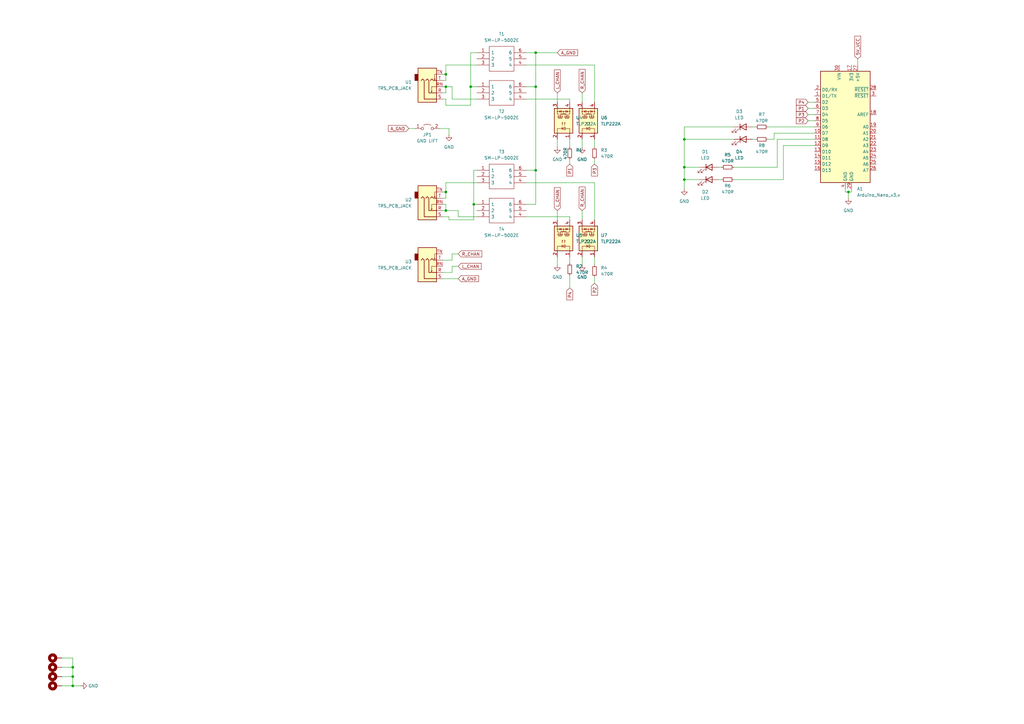
<source format=kicad_sch>
(kicad_sch
	(version 20231120)
	(generator "eeschema")
	(generator_version "8.0")
	(uuid "a5fc45f0-fa8b-4910-9c21-a132c18544b9")
	(paper "A3")
	(lib_symbols
		(symbol "CUSTOM_PARTS:SM-LP-5002E"
			(pin_names
				(offset 0.762)
			)
			(exclude_from_sim no)
			(in_bom yes)
			(on_board yes)
			(property "Reference" "T"
				(at 0 10.16 0)
				(effects
					(font
						(size 1.27 1.27)
					)
					(justify left)
				)
			)
			(property "Value" "SM-LP-5002E"
				(at -6.35 7.62 0)
				(effects
					(font
						(size 1.27 1.27)
					)
					(justify left)
				)
			)
			(property "Footprint" "CUSTOM_FOOTPRINTS:SMLP5002E"
				(at -15.24 -6.35 0)
				(effects
					(font
						(size 1.27 1.27)
					)
					(justify left)
					(hide yes)
				)
			)
			(property "Datasheet" ""
				(at 16.51 0 0)
				(effects
					(font
						(size 1.27 1.27)
					)
					(justify left)
					(hide yes)
				)
			)
			(property "Description" ""
				(at 0 0 0)
				(effects
					(font
						(size 1.27 1.27)
					)
					(hide yes)
				)
			)
			(symbol "SM-LP-5002E_0_0"
				(pin passive line
					(at -10.16 2.54 0)
					(length 5.08)
					(name "1"
						(effects
							(font
								(size 1.27 1.27)
							)
						)
					)
					(number "1"
						(effects
							(font
								(size 1.27 1.27)
							)
						)
					)
				)
				(pin passive line
					(at -10.16 0 0)
					(length 5.08)
					(name "2"
						(effects
							(font
								(size 1.27 1.27)
							)
						)
					)
					(number "2"
						(effects
							(font
								(size 1.27 1.27)
							)
						)
					)
				)
				(pin passive line
					(at -10.16 -2.54 0)
					(length 5.08)
					(name "3"
						(effects
							(font
								(size 1.27 1.27)
							)
						)
					)
					(number "3"
						(effects
							(font
								(size 1.27 1.27)
							)
						)
					)
				)
				(pin passive line
					(at 10.16 -2.54 180)
					(length 5.08)
					(name "4"
						(effects
							(font
								(size 1.27 1.27)
							)
						)
					)
					(number "4"
						(effects
							(font
								(size 1.27 1.27)
							)
						)
					)
				)
				(pin passive line
					(at 10.16 0 180)
					(length 5.08)
					(name "5"
						(effects
							(font
								(size 1.27 1.27)
							)
						)
					)
					(number "5"
						(effects
							(font
								(size 1.27 1.27)
							)
						)
					)
				)
				(pin passive line
					(at 10.16 2.54 180)
					(length 5.08)
					(name "6"
						(effects
							(font
								(size 1.27 1.27)
							)
						)
					)
					(number "6"
						(effects
							(font
								(size 1.27 1.27)
							)
						)
					)
				)
			)
			(symbol "SM-LP-5002E_0_1"
				(polyline
					(pts
						(xy -5.08 5.08) (xy 5.08 5.08) (xy 5.08 -5.08) (xy -5.08 -5.08) (xy -5.08 5.08)
					)
					(stroke
						(width 0.1524)
						(type default)
					)
					(fill
						(type none)
					)
				)
			)
		)
		(symbol "CUSTOM_PARTS:TLP222A"
			(exclude_from_sim no)
			(in_bom yes)
			(on_board yes)
			(property "Reference" "U"
				(at -5.08 5.08 0)
				(effects
					(font
						(size 1.27 1.27)
					)
					(justify left)
				)
			)
			(property "Value" "TLP222A"
				(at 0 5.08 0)
				(effects
					(font
						(size 1.27 1.27)
					)
					(justify left)
				)
			)
			(property "Footprint" "Package_SO:SO-4_4.4x4.3mm_P2.54mm"
				(at -5.08 -5.08 0)
				(effects
					(font
						(size 1.27 1.27)
						(italic yes)
					)
					(justify left)
					(hide yes)
				)
			)
			(property "Datasheet" "https://toshiba.semicon-storage.com/info/docget.jsp?did=17036&prodName=TLP222A"
				(at 0 0 0)
				(effects
					(font
						(size 1.27 1.27)
					)
					(justify left)
					(hide yes)
				)
			)
			(property "Description" "MOSFET Photorelay 1-Form-A, Voff 60V, Ion 0,5A, DIP4"
				(at 0 0 0)
				(effects
					(font
						(size 1.27 1.27)
					)
					(hide yes)
				)
			)
			(property "ki_keywords" "MOSFET Output Photorelay 1-Form-A"
				(at 0 0 0)
				(effects
					(font
						(size 1.27 1.27)
					)
					(hide yes)
				)
			)
			(property "ki_fp_filters" "DIP*W7.62mm*"
				(at 0 0 0)
				(effects
					(font
						(size 1.27 1.27)
					)
					(hide yes)
				)
			)
			(symbol "TLP222A_0_1"
				(rectangle
					(start -5.08 3.81)
					(end 5.08 -3.81)
					(stroke
						(width 0.254)
						(type default)
					)
					(fill
						(type background)
					)
				)
				(polyline
					(pts
						(xy -3.81 -0.635) (xy -2.54 -0.635)
					)
					(stroke
						(width 0)
						(type default)
					)
					(fill
						(type none)
					)
				)
				(polyline
					(pts
						(xy 1.016 -0.635) (xy 1.016 -2.159)
					)
					(stroke
						(width 0.2032)
						(type default)
					)
					(fill
						(type none)
					)
				)
				(polyline
					(pts
						(xy 1.016 2.159) (xy 1.016 0.635)
					)
					(stroke
						(width 0.2032)
						(type default)
					)
					(fill
						(type none)
					)
				)
				(polyline
					(pts
						(xy 1.524 -0.508) (xy 1.524 -0.762)
					)
					(stroke
						(width 0.3556)
						(type default)
					)
					(fill
						(type none)
					)
				)
				(polyline
					(pts
						(xy 2.794 0) (xy 3.81 0)
					)
					(stroke
						(width 0)
						(type default)
					)
					(fill
						(type none)
					)
				)
				(polyline
					(pts
						(xy 3.429 -1.651) (xy 4.191 -1.651)
					)
					(stroke
						(width 0)
						(type default)
					)
					(fill
						(type none)
					)
				)
				(polyline
					(pts
						(xy 3.429 1.651) (xy 4.191 1.651)
					)
					(stroke
						(width 0)
						(type default)
					)
					(fill
						(type none)
					)
				)
				(polyline
					(pts
						(xy 3.81 -2.54) (xy 3.81 2.54)
					)
					(stroke
						(width 0)
						(type default)
					)
					(fill
						(type none)
					)
				)
				(polyline
					(pts
						(xy 1.524 -2.032) (xy 1.524 -2.286) (xy 1.524 -2.286)
					)
					(stroke
						(width 0.3556)
						(type default)
					)
					(fill
						(type none)
					)
				)
				(polyline
					(pts
						(xy 1.524 -1.27) (xy 1.524 -1.524) (xy 1.524 -1.524)
					)
					(stroke
						(width 0.3556)
						(type default)
					)
					(fill
						(type none)
					)
				)
				(polyline
					(pts
						(xy 1.524 0.762) (xy 1.524 0.508) (xy 1.524 0.508)
					)
					(stroke
						(width 0.3556)
						(type default)
					)
					(fill
						(type none)
					)
				)
				(polyline
					(pts
						(xy 1.524 1.524) (xy 1.524 1.27) (xy 1.524 1.27)
					)
					(stroke
						(width 0.3556)
						(type default)
					)
					(fill
						(type none)
					)
				)
				(polyline
					(pts
						(xy 1.524 2.286) (xy 1.524 2.032) (xy 1.524 2.032)
					)
					(stroke
						(width 0.3556)
						(type default)
					)
					(fill
						(type none)
					)
				)
				(polyline
					(pts
						(xy 1.651 -1.397) (xy 2.794 -1.397) (xy 2.794 -0.635)
					)
					(stroke
						(width 0)
						(type default)
					)
					(fill
						(type none)
					)
				)
				(polyline
					(pts
						(xy 1.651 1.397) (xy 2.794 1.397) (xy 2.794 0.635)
					)
					(stroke
						(width 0)
						(type default)
					)
					(fill
						(type none)
					)
				)
				(polyline
					(pts
						(xy -5.08 2.54) (xy -3.175 2.54) (xy -3.175 -2.54) (xy -5.08 -2.54)
					)
					(stroke
						(width 0)
						(type default)
					)
					(fill
						(type none)
					)
				)
				(polyline
					(pts
						(xy -3.175 -0.635) (xy -3.81 0.635) (xy -2.54 0.635) (xy -3.175 -0.635)
					)
					(stroke
						(width 0)
						(type default)
					)
					(fill
						(type none)
					)
				)
				(polyline
					(pts
						(xy 1.651 -2.159) (xy 2.794 -2.159) (xy 2.794 -2.54) (xy 5.08 -2.54)
					)
					(stroke
						(width 0)
						(type default)
					)
					(fill
						(type none)
					)
				)
				(polyline
					(pts
						(xy 1.651 -0.635) (xy 2.794 -0.635) (xy 2.794 0.635) (xy 1.651 0.635)
					)
					(stroke
						(width 0)
						(type default)
					)
					(fill
						(type none)
					)
				)
				(polyline
					(pts
						(xy 1.651 2.159) (xy 2.794 2.159) (xy 2.794 2.54) (xy 5.08 2.54)
					)
					(stroke
						(width 0)
						(type default)
					)
					(fill
						(type none)
					)
				)
				(polyline
					(pts
						(xy 1.778 -1.397) (xy 2.286 -1.27) (xy 2.286 -1.524) (xy 1.778 -1.397)
					)
					(stroke
						(width 0)
						(type default)
					)
					(fill
						(type none)
					)
				)
				(polyline
					(pts
						(xy 1.778 1.397) (xy 2.286 1.524) (xy 2.286 1.27) (xy 1.778 1.397)
					)
					(stroke
						(width 0)
						(type default)
					)
					(fill
						(type none)
					)
				)
				(polyline
					(pts
						(xy 3.81 -1.651) (xy 3.429 -0.889) (xy 4.191 -0.889) (xy 3.81 -1.651)
					)
					(stroke
						(width 0)
						(type default)
					)
					(fill
						(type none)
					)
				)
				(polyline
					(pts
						(xy 3.81 1.651) (xy 3.429 0.889) (xy 4.191 0.889) (xy 3.81 1.651)
					)
					(stroke
						(width 0)
						(type default)
					)
					(fill
						(type none)
					)
				)
				(polyline
					(pts
						(xy -1.905 -0.508) (xy -0.635 -0.508) (xy -1.016 -0.635) (xy -1.016 -0.381) (xy -0.635 -0.508)
					)
					(stroke
						(width 0)
						(type default)
					)
					(fill
						(type none)
					)
				)
				(polyline
					(pts
						(xy -1.905 0.508) (xy -0.635 0.508) (xy -1.016 0.381) (xy -1.016 0.635) (xy -0.635 0.508)
					)
					(stroke
						(width 0)
						(type default)
					)
					(fill
						(type none)
					)
				)
				(circle
					(center 2.794 -0.635)
					(radius 0.127)
					(stroke
						(width 0)
						(type default)
					)
					(fill
						(type none)
					)
				)
				(circle
					(center 2.794 0)
					(radius 0.127)
					(stroke
						(width 0)
						(type default)
					)
					(fill
						(type none)
					)
				)
				(circle
					(center 2.794 0.635)
					(radius 0.127)
					(stroke
						(width 0)
						(type default)
					)
					(fill
						(type none)
					)
				)
				(circle
					(center 3.81 -2.54)
					(radius 0.127)
					(stroke
						(width 0)
						(type default)
					)
					(fill
						(type none)
					)
				)
				(circle
					(center 3.81 0)
					(radius 0.127)
					(stroke
						(width 0)
						(type default)
					)
					(fill
						(type none)
					)
				)
				(circle
					(center 3.81 2.54)
					(radius 0.127)
					(stroke
						(width 0)
						(type default)
					)
					(fill
						(type none)
					)
				)
			)
			(symbol "TLP222A_1_1"
				(pin passive line
					(at -7.62 2.54 0)
					(length 2.54)
					(name "~"
						(effects
							(font
								(size 1.27 1.27)
							)
						)
					)
					(number "1"
						(effects
							(font
								(size 1.27 1.27)
							)
						)
					)
				)
				(pin passive line
					(at -7.62 -2.54 0)
					(length 2.54)
					(name "~"
						(effects
							(font
								(size 1.27 1.27)
							)
						)
					)
					(number "2"
						(effects
							(font
								(size 1.27 1.27)
							)
						)
					)
				)
				(pin passive line
					(at 7.62 -2.54 180)
					(length 2.54)
					(name "~"
						(effects
							(font
								(size 1.27 1.27)
							)
						)
					)
					(number "3"
						(effects
							(font
								(size 1.27 1.27)
							)
						)
					)
				)
				(pin passive line
					(at 7.62 2.54 180)
					(length 2.54)
					(name "~"
						(effects
							(font
								(size 1.27 1.27)
							)
						)
					)
					(number "4"
						(effects
							(font
								(size 1.27 1.27)
							)
						)
					)
				)
			)
		)
		(symbol "CUSTOM_PARTS:TRS_PCB_JACK"
			(exclude_from_sim no)
			(in_bom yes)
			(on_board yes)
			(property "Reference" "U"
				(at 0 17.78 0)
				(effects
					(font
						(size 1.27 1.27)
					)
				)
			)
			(property "Value" "TRS_PCB_JACK"
				(at 0 17.78 0)
				(effects
					(font
						(size 1.27 1.27)
					)
				)
			)
			(property "Footprint" ""
				(at 0 17.78 0)
				(effects
					(font
						(size 1.27 1.27)
					)
					(hide yes)
				)
			)
			(property "Datasheet" ""
				(at 0 17.78 0)
				(effects
					(font
						(size 1.27 1.27)
					)
					(hide yes)
				)
			)
			(property "Description" ""
				(at 0 0 0)
				(effects
					(font
						(size 1.27 1.27)
					)
					(hide yes)
				)
			)
			(symbol "TRS_PCB_JACK_0_1"
				(rectangle
					(start -3.81 -1.27)
					(end -5.08 -3.81)
					(stroke
						(width 0.254)
						(type default)
					)
					(fill
						(type outline)
					)
				)
				(polyline
					(pts
						(xy 1.778 3.556) (xy 2.032 3.048)
					)
					(stroke
						(width 0)
						(type default)
					)
					(fill
						(type none)
					)
				)
				(polyline
					(pts
						(xy 3.048 -1.524) (xy 3.302 -2.032)
					)
					(stroke
						(width 0)
						(type default)
					)
					(fill
						(type none)
					)
				)
				(polyline
					(pts
						(xy 1.27 -1.27) (xy 1.905 -1.905) (xy 2.54 -1.27) (xy 3.81 -1.27)
					)
					(stroke
						(width 0.254)
						(type default)
					)
					(fill
						(type none)
					)
				)
				(polyline
					(pts
						(xy 3.81 -3.81) (xy 3.048 -3.81) (xy 3.048 -1.524) (xy 2.794 -2.032)
					)
					(stroke
						(width 0)
						(type default)
					)
					(fill
						(type none)
					)
				)
				(polyline
					(pts
						(xy 3.81 1.27) (xy 1.778 1.27) (xy 1.778 3.556) (xy 1.524 3.048)
					)
					(stroke
						(width 0)
						(type default)
					)
					(fill
						(type none)
					)
				)
				(polyline
					(pts
						(xy -0.635 -1.27) (xy 0 -1.905) (xy 0.635 -1.27) (xy 0.635 3.81) (xy 3.81 3.81)
					)
					(stroke
						(width 0.254)
						(type default)
					)
					(fill
						(type none)
					)
				)
				(polyline
					(pts
						(xy 3.81 6.35) (xy -1.27 6.35) (xy -1.27 -1.27) (xy -1.905 -1.905) (xy -2.54 -1.27)
					)
					(stroke
						(width 0.254)
						(type default)
					)
					(fill
						(type none)
					)
				)
				(rectangle
					(start 3.81 7.62)
					(end -3.81 -6.35)
					(stroke
						(width 0.254)
						(type default)
					)
					(fill
						(type background)
					)
				)
			)
			(symbol "TRS_PCB_JACK_1_1"
				(pin passive line
					(at 6.35 3.81 180)
					(length 2.54)
					(name "~"
						(effects
							(font
								(size 1.27 1.27)
							)
						)
					)
					(number "R"
						(effects
							(font
								(size 1.27 1.27)
							)
						)
					)
				)
				(pin passive line
					(at 6.35 1.27 180)
					(length 2.54)
					(name "~"
						(effects
							(font
								(size 1.27 1.27)
							)
						)
					)
					(number "RN"
						(effects
							(font
								(size 1.27 1.27)
							)
						)
					)
				)
				(pin passive line
					(at 6.35 6.35 180)
					(length 2.54)
					(name "~"
						(effects
							(font
								(size 1.27 1.27)
							)
						)
					)
					(number "S"
						(effects
							(font
								(size 1.27 1.27)
							)
						)
					)
				)
				(pin passive line
					(at 6.35 -1.27 180)
					(length 2.54)
					(name "~"
						(effects
							(font
								(size 1.27 1.27)
							)
						)
					)
					(number "T"
						(effects
							(font
								(size 1.27 1.27)
							)
						)
					)
				)
				(pin passive line
					(at 6.35 -3.81 180)
					(length 2.54)
					(name "~"
						(effects
							(font
								(size 1.27 1.27)
							)
						)
					)
					(number "TN"
						(effects
							(font
								(size 1.27 1.27)
							)
						)
					)
				)
			)
		)
		(symbol "Device:LED"
			(pin_numbers hide)
			(pin_names
				(offset 1.016) hide)
			(exclude_from_sim no)
			(in_bom yes)
			(on_board yes)
			(property "Reference" "D"
				(at 0 2.54 0)
				(effects
					(font
						(size 1.27 1.27)
					)
				)
			)
			(property "Value" "LED"
				(at 0 -2.54 0)
				(effects
					(font
						(size 1.27 1.27)
					)
				)
			)
			(property "Footprint" ""
				(at 0 0 0)
				(effects
					(font
						(size 1.27 1.27)
					)
					(hide yes)
				)
			)
			(property "Datasheet" "~"
				(at 0 0 0)
				(effects
					(font
						(size 1.27 1.27)
					)
					(hide yes)
				)
			)
			(property "Description" "Light emitting diode"
				(at 0 0 0)
				(effects
					(font
						(size 1.27 1.27)
					)
					(hide yes)
				)
			)
			(property "ki_keywords" "LED diode"
				(at 0 0 0)
				(effects
					(font
						(size 1.27 1.27)
					)
					(hide yes)
				)
			)
			(property "ki_fp_filters" "LED* LED_SMD:* LED_THT:*"
				(at 0 0 0)
				(effects
					(font
						(size 1.27 1.27)
					)
					(hide yes)
				)
			)
			(symbol "LED_0_1"
				(polyline
					(pts
						(xy -1.27 -1.27) (xy -1.27 1.27)
					)
					(stroke
						(width 0.254)
						(type default)
					)
					(fill
						(type none)
					)
				)
				(polyline
					(pts
						(xy -1.27 0) (xy 1.27 0)
					)
					(stroke
						(width 0)
						(type default)
					)
					(fill
						(type none)
					)
				)
				(polyline
					(pts
						(xy 1.27 -1.27) (xy 1.27 1.27) (xy -1.27 0) (xy 1.27 -1.27)
					)
					(stroke
						(width 0.254)
						(type default)
					)
					(fill
						(type none)
					)
				)
				(polyline
					(pts
						(xy -3.048 -0.762) (xy -4.572 -2.286) (xy -3.81 -2.286) (xy -4.572 -2.286) (xy -4.572 -1.524)
					)
					(stroke
						(width 0)
						(type default)
					)
					(fill
						(type none)
					)
				)
				(polyline
					(pts
						(xy -1.778 -0.762) (xy -3.302 -2.286) (xy -2.54 -2.286) (xy -3.302 -2.286) (xy -3.302 -1.524)
					)
					(stroke
						(width 0)
						(type default)
					)
					(fill
						(type none)
					)
				)
			)
			(symbol "LED_1_1"
				(pin passive line
					(at -3.81 0 0)
					(length 2.54)
					(name "K"
						(effects
							(font
								(size 1.27 1.27)
							)
						)
					)
					(number "1"
						(effects
							(font
								(size 1.27 1.27)
							)
						)
					)
				)
				(pin passive line
					(at 3.81 0 180)
					(length 2.54)
					(name "A"
						(effects
							(font
								(size 1.27 1.27)
							)
						)
					)
					(number "2"
						(effects
							(font
								(size 1.27 1.27)
							)
						)
					)
				)
			)
		)
		(symbol "Device:R_Small"
			(pin_numbers hide)
			(pin_names
				(offset 0.254) hide)
			(exclude_from_sim no)
			(in_bom yes)
			(on_board yes)
			(property "Reference" "R"
				(at 0.762 0.508 0)
				(effects
					(font
						(size 1.27 1.27)
					)
					(justify left)
				)
			)
			(property "Value" "R_Small"
				(at 0.762 -1.016 0)
				(effects
					(font
						(size 1.27 1.27)
					)
					(justify left)
				)
			)
			(property "Footprint" ""
				(at 0 0 0)
				(effects
					(font
						(size 1.27 1.27)
					)
					(hide yes)
				)
			)
			(property "Datasheet" "~"
				(at 0 0 0)
				(effects
					(font
						(size 1.27 1.27)
					)
					(hide yes)
				)
			)
			(property "Description" "Resistor, small symbol"
				(at 0 0 0)
				(effects
					(font
						(size 1.27 1.27)
					)
					(hide yes)
				)
			)
			(property "ki_keywords" "R resistor"
				(at 0 0 0)
				(effects
					(font
						(size 1.27 1.27)
					)
					(hide yes)
				)
			)
			(property "ki_fp_filters" "R_*"
				(at 0 0 0)
				(effects
					(font
						(size 1.27 1.27)
					)
					(hide yes)
				)
			)
			(symbol "R_Small_0_1"
				(rectangle
					(start -0.762 1.778)
					(end 0.762 -1.778)
					(stroke
						(width 0.2032)
						(type default)
					)
					(fill
						(type none)
					)
				)
			)
			(symbol "R_Small_1_1"
				(pin passive line
					(at 0 2.54 270)
					(length 0.762)
					(name "~"
						(effects
							(font
								(size 1.27 1.27)
							)
						)
					)
					(number "1"
						(effects
							(font
								(size 1.27 1.27)
							)
						)
					)
				)
				(pin passive line
					(at 0 -2.54 90)
					(length 0.762)
					(name "~"
						(effects
							(font
								(size 1.27 1.27)
							)
						)
					)
					(number "2"
						(effects
							(font
								(size 1.27 1.27)
							)
						)
					)
				)
			)
		)
		(symbol "Jumper:Jumper_2_Open"
			(pin_names
				(offset 0) hide)
			(exclude_from_sim no)
			(in_bom yes)
			(on_board yes)
			(property "Reference" "JP"
				(at 0 2.794 0)
				(effects
					(font
						(size 1.27 1.27)
					)
				)
			)
			(property "Value" "Jumper_2_Open"
				(at 0 -2.286 0)
				(effects
					(font
						(size 1.27 1.27)
					)
				)
			)
			(property "Footprint" ""
				(at 0 0 0)
				(effects
					(font
						(size 1.27 1.27)
					)
					(hide yes)
				)
			)
			(property "Datasheet" "~"
				(at 0 0 0)
				(effects
					(font
						(size 1.27 1.27)
					)
					(hide yes)
				)
			)
			(property "Description" "Jumper, 2-pole, open"
				(at 0 0 0)
				(effects
					(font
						(size 1.27 1.27)
					)
					(hide yes)
				)
			)
			(property "ki_keywords" "Jumper SPST"
				(at 0 0 0)
				(effects
					(font
						(size 1.27 1.27)
					)
					(hide yes)
				)
			)
			(property "ki_fp_filters" "Jumper* TestPoint*2Pads* TestPoint*Bridge*"
				(at 0 0 0)
				(effects
					(font
						(size 1.27 1.27)
					)
					(hide yes)
				)
			)
			(symbol "Jumper_2_Open_0_0"
				(circle
					(center -2.032 0)
					(radius 0.508)
					(stroke
						(width 0)
						(type default)
					)
					(fill
						(type none)
					)
				)
				(circle
					(center 2.032 0)
					(radius 0.508)
					(stroke
						(width 0)
						(type default)
					)
					(fill
						(type none)
					)
				)
			)
			(symbol "Jumper_2_Open_0_1"
				(arc
					(start 1.524 1.27)
					(mid 0 1.778)
					(end -1.524 1.27)
					(stroke
						(width 0)
						(type default)
					)
					(fill
						(type none)
					)
				)
			)
			(symbol "Jumper_2_Open_1_1"
				(pin passive line
					(at -5.08 0 0)
					(length 2.54)
					(name "A"
						(effects
							(font
								(size 1.27 1.27)
							)
						)
					)
					(number "1"
						(effects
							(font
								(size 1.27 1.27)
							)
						)
					)
				)
				(pin passive line
					(at 5.08 0 180)
					(length 2.54)
					(name "B"
						(effects
							(font
								(size 1.27 1.27)
							)
						)
					)
					(number "2"
						(effects
							(font
								(size 1.27 1.27)
							)
						)
					)
				)
			)
		)
		(symbol "MCU_Module:Arduino_Nano_v3.x"
			(exclude_from_sim no)
			(in_bom yes)
			(on_board yes)
			(property "Reference" "A"
				(at -10.16 23.495 0)
				(effects
					(font
						(size 1.27 1.27)
					)
					(justify left bottom)
				)
			)
			(property "Value" "Arduino_Nano_v3.x"
				(at 5.08 -24.13 0)
				(effects
					(font
						(size 1.27 1.27)
					)
					(justify left top)
				)
			)
			(property "Footprint" "Module:Arduino_Nano"
				(at 0 0 0)
				(effects
					(font
						(size 1.27 1.27)
						(italic yes)
					)
					(hide yes)
				)
			)
			(property "Datasheet" "http://www.mouser.com/pdfdocs/Gravitech_Arduino_Nano3_0.pdf"
				(at 0 0 0)
				(effects
					(font
						(size 1.27 1.27)
					)
					(hide yes)
				)
			)
			(property "Description" "Arduino Nano v3.x"
				(at 0 0 0)
				(effects
					(font
						(size 1.27 1.27)
					)
					(hide yes)
				)
			)
			(property "ki_keywords" "Arduino nano microcontroller module USB"
				(at 0 0 0)
				(effects
					(font
						(size 1.27 1.27)
					)
					(hide yes)
				)
			)
			(property "ki_fp_filters" "Arduino*Nano*"
				(at 0 0 0)
				(effects
					(font
						(size 1.27 1.27)
					)
					(hide yes)
				)
			)
			(symbol "Arduino_Nano_v3.x_0_1"
				(rectangle
					(start -10.16 22.86)
					(end 10.16 -22.86)
					(stroke
						(width 0.254)
						(type default)
					)
					(fill
						(type background)
					)
				)
			)
			(symbol "Arduino_Nano_v3.x_1_1"
				(pin bidirectional line
					(at -12.7 12.7 0)
					(length 2.54)
					(name "D1/TX"
						(effects
							(font
								(size 1.27 1.27)
							)
						)
					)
					(number "1"
						(effects
							(font
								(size 1.27 1.27)
							)
						)
					)
				)
				(pin bidirectional line
					(at -12.7 -2.54 0)
					(length 2.54)
					(name "D7"
						(effects
							(font
								(size 1.27 1.27)
							)
						)
					)
					(number "10"
						(effects
							(font
								(size 1.27 1.27)
							)
						)
					)
				)
				(pin bidirectional line
					(at -12.7 -5.08 0)
					(length 2.54)
					(name "D8"
						(effects
							(font
								(size 1.27 1.27)
							)
						)
					)
					(number "11"
						(effects
							(font
								(size 1.27 1.27)
							)
						)
					)
				)
				(pin bidirectional line
					(at -12.7 -7.62 0)
					(length 2.54)
					(name "D9"
						(effects
							(font
								(size 1.27 1.27)
							)
						)
					)
					(number "12"
						(effects
							(font
								(size 1.27 1.27)
							)
						)
					)
				)
				(pin bidirectional line
					(at -12.7 -10.16 0)
					(length 2.54)
					(name "D10"
						(effects
							(font
								(size 1.27 1.27)
							)
						)
					)
					(number "13"
						(effects
							(font
								(size 1.27 1.27)
							)
						)
					)
				)
				(pin bidirectional line
					(at -12.7 -12.7 0)
					(length 2.54)
					(name "D11"
						(effects
							(font
								(size 1.27 1.27)
							)
						)
					)
					(number "14"
						(effects
							(font
								(size 1.27 1.27)
							)
						)
					)
				)
				(pin bidirectional line
					(at -12.7 -15.24 0)
					(length 2.54)
					(name "D12"
						(effects
							(font
								(size 1.27 1.27)
							)
						)
					)
					(number "15"
						(effects
							(font
								(size 1.27 1.27)
							)
						)
					)
				)
				(pin bidirectional line
					(at -12.7 -17.78 0)
					(length 2.54)
					(name "D13"
						(effects
							(font
								(size 1.27 1.27)
							)
						)
					)
					(number "16"
						(effects
							(font
								(size 1.27 1.27)
							)
						)
					)
				)
				(pin power_out line
					(at 2.54 25.4 270)
					(length 2.54)
					(name "3V3"
						(effects
							(font
								(size 1.27 1.27)
							)
						)
					)
					(number "17"
						(effects
							(font
								(size 1.27 1.27)
							)
						)
					)
				)
				(pin input line
					(at 12.7 5.08 180)
					(length 2.54)
					(name "AREF"
						(effects
							(font
								(size 1.27 1.27)
							)
						)
					)
					(number "18"
						(effects
							(font
								(size 1.27 1.27)
							)
						)
					)
				)
				(pin bidirectional line
					(at 12.7 0 180)
					(length 2.54)
					(name "A0"
						(effects
							(font
								(size 1.27 1.27)
							)
						)
					)
					(number "19"
						(effects
							(font
								(size 1.27 1.27)
							)
						)
					)
				)
				(pin bidirectional line
					(at -12.7 15.24 0)
					(length 2.54)
					(name "D0/RX"
						(effects
							(font
								(size 1.27 1.27)
							)
						)
					)
					(number "2"
						(effects
							(font
								(size 1.27 1.27)
							)
						)
					)
				)
				(pin bidirectional line
					(at 12.7 -2.54 180)
					(length 2.54)
					(name "A1"
						(effects
							(font
								(size 1.27 1.27)
							)
						)
					)
					(number "20"
						(effects
							(font
								(size 1.27 1.27)
							)
						)
					)
				)
				(pin bidirectional line
					(at 12.7 -5.08 180)
					(length 2.54)
					(name "A2"
						(effects
							(font
								(size 1.27 1.27)
							)
						)
					)
					(number "21"
						(effects
							(font
								(size 1.27 1.27)
							)
						)
					)
				)
				(pin bidirectional line
					(at 12.7 -7.62 180)
					(length 2.54)
					(name "A3"
						(effects
							(font
								(size 1.27 1.27)
							)
						)
					)
					(number "22"
						(effects
							(font
								(size 1.27 1.27)
							)
						)
					)
				)
				(pin bidirectional line
					(at 12.7 -10.16 180)
					(length 2.54)
					(name "A4"
						(effects
							(font
								(size 1.27 1.27)
							)
						)
					)
					(number "23"
						(effects
							(font
								(size 1.27 1.27)
							)
						)
					)
				)
				(pin bidirectional line
					(at 12.7 -12.7 180)
					(length 2.54)
					(name "A5"
						(effects
							(font
								(size 1.27 1.27)
							)
						)
					)
					(number "24"
						(effects
							(font
								(size 1.27 1.27)
							)
						)
					)
				)
				(pin bidirectional line
					(at 12.7 -15.24 180)
					(length 2.54)
					(name "A6"
						(effects
							(font
								(size 1.27 1.27)
							)
						)
					)
					(number "25"
						(effects
							(font
								(size 1.27 1.27)
							)
						)
					)
				)
				(pin bidirectional line
					(at 12.7 -17.78 180)
					(length 2.54)
					(name "A7"
						(effects
							(font
								(size 1.27 1.27)
							)
						)
					)
					(number "26"
						(effects
							(font
								(size 1.27 1.27)
							)
						)
					)
				)
				(pin power_out line
					(at 5.08 25.4 270)
					(length 2.54)
					(name "+5V"
						(effects
							(font
								(size 1.27 1.27)
							)
						)
					)
					(number "27"
						(effects
							(font
								(size 1.27 1.27)
							)
						)
					)
				)
				(pin input line
					(at 12.7 15.24 180)
					(length 2.54)
					(name "~{RESET}"
						(effects
							(font
								(size 1.27 1.27)
							)
						)
					)
					(number "28"
						(effects
							(font
								(size 1.27 1.27)
							)
						)
					)
				)
				(pin power_in line
					(at 2.54 -25.4 90)
					(length 2.54)
					(name "GND"
						(effects
							(font
								(size 1.27 1.27)
							)
						)
					)
					(number "29"
						(effects
							(font
								(size 1.27 1.27)
							)
						)
					)
				)
				(pin input line
					(at 12.7 12.7 180)
					(length 2.54)
					(name "~{RESET}"
						(effects
							(font
								(size 1.27 1.27)
							)
						)
					)
					(number "3"
						(effects
							(font
								(size 1.27 1.27)
							)
						)
					)
				)
				(pin power_in line
					(at -2.54 25.4 270)
					(length 2.54)
					(name "VIN"
						(effects
							(font
								(size 1.27 1.27)
							)
						)
					)
					(number "30"
						(effects
							(font
								(size 1.27 1.27)
							)
						)
					)
				)
				(pin power_in line
					(at 0 -25.4 90)
					(length 2.54)
					(name "GND"
						(effects
							(font
								(size 1.27 1.27)
							)
						)
					)
					(number "4"
						(effects
							(font
								(size 1.27 1.27)
							)
						)
					)
				)
				(pin bidirectional line
					(at -12.7 10.16 0)
					(length 2.54)
					(name "D2"
						(effects
							(font
								(size 1.27 1.27)
							)
						)
					)
					(number "5"
						(effects
							(font
								(size 1.27 1.27)
							)
						)
					)
				)
				(pin bidirectional line
					(at -12.7 7.62 0)
					(length 2.54)
					(name "D3"
						(effects
							(font
								(size 1.27 1.27)
							)
						)
					)
					(number "6"
						(effects
							(font
								(size 1.27 1.27)
							)
						)
					)
				)
				(pin bidirectional line
					(at -12.7 5.08 0)
					(length 2.54)
					(name "D4"
						(effects
							(font
								(size 1.27 1.27)
							)
						)
					)
					(number "7"
						(effects
							(font
								(size 1.27 1.27)
							)
						)
					)
				)
				(pin bidirectional line
					(at -12.7 2.54 0)
					(length 2.54)
					(name "D5"
						(effects
							(font
								(size 1.27 1.27)
							)
						)
					)
					(number "8"
						(effects
							(font
								(size 1.27 1.27)
							)
						)
					)
				)
				(pin bidirectional line
					(at -12.7 0 0)
					(length 2.54)
					(name "D6"
						(effects
							(font
								(size 1.27 1.27)
							)
						)
					)
					(number "9"
						(effects
							(font
								(size 1.27 1.27)
							)
						)
					)
				)
			)
		)
		(symbol "Mechanical:MountingHole_Pad"
			(pin_numbers hide)
			(pin_names
				(offset 1.016) hide)
			(exclude_from_sim no)
			(in_bom yes)
			(on_board yes)
			(property "Reference" "H"
				(at 0 6.35 0)
				(effects
					(font
						(size 1.27 1.27)
					)
				)
			)
			(property "Value" "MountingHole_Pad"
				(at 0 4.445 0)
				(effects
					(font
						(size 1.27 1.27)
					)
				)
			)
			(property "Footprint" ""
				(at 0 0 0)
				(effects
					(font
						(size 1.27 1.27)
					)
					(hide yes)
				)
			)
			(property "Datasheet" "~"
				(at 0 0 0)
				(effects
					(font
						(size 1.27 1.27)
					)
					(hide yes)
				)
			)
			(property "Description" "Mounting Hole with connection"
				(at 0 0 0)
				(effects
					(font
						(size 1.27 1.27)
					)
					(hide yes)
				)
			)
			(property "ki_keywords" "mounting hole"
				(at 0 0 0)
				(effects
					(font
						(size 1.27 1.27)
					)
					(hide yes)
				)
			)
			(property "ki_fp_filters" "MountingHole*Pad*"
				(at 0 0 0)
				(effects
					(font
						(size 1.27 1.27)
					)
					(hide yes)
				)
			)
			(symbol "MountingHole_Pad_0_1"
				(circle
					(center 0 1.27)
					(radius 1.27)
					(stroke
						(width 1.27)
						(type default)
					)
					(fill
						(type none)
					)
				)
			)
			(symbol "MountingHole_Pad_1_1"
				(pin input line
					(at 0 -2.54 90)
					(length 2.54)
					(name "1"
						(effects
							(font
								(size 1.27 1.27)
							)
						)
					)
					(number "1"
						(effects
							(font
								(size 1.27 1.27)
							)
						)
					)
				)
			)
		)
		(symbol "power:GND"
			(power)
			(pin_names
				(offset 0)
			)
			(exclude_from_sim no)
			(in_bom yes)
			(on_board yes)
			(property "Reference" "#PWR"
				(at 0 -6.35 0)
				(effects
					(font
						(size 1.27 1.27)
					)
					(hide yes)
				)
			)
			(property "Value" "GND"
				(at 0 -3.81 0)
				(effects
					(font
						(size 1.27 1.27)
					)
				)
			)
			(property "Footprint" ""
				(at 0 0 0)
				(effects
					(font
						(size 1.27 1.27)
					)
					(hide yes)
				)
			)
			(property "Datasheet" ""
				(at 0 0 0)
				(effects
					(font
						(size 1.27 1.27)
					)
					(hide yes)
				)
			)
			(property "Description" "Power symbol creates a global label with name \"GND\" , ground"
				(at 0 0 0)
				(effects
					(font
						(size 1.27 1.27)
					)
					(hide yes)
				)
			)
			(property "ki_keywords" "power-flag"
				(at 0 0 0)
				(effects
					(font
						(size 1.27 1.27)
					)
					(hide yes)
				)
			)
			(symbol "GND_0_1"
				(polyline
					(pts
						(xy 0 0) (xy 0 -1.27) (xy 1.27 -1.27) (xy 0 -2.54) (xy -1.27 -1.27) (xy 0 -1.27)
					)
					(stroke
						(width 0)
						(type default)
					)
					(fill
						(type none)
					)
				)
			)
			(symbol "GND_1_1"
				(pin power_in line
					(at 0 0 270)
					(length 0) hide
					(name "GND"
						(effects
							(font
								(size 1.27 1.27)
							)
						)
					)
					(number "1"
						(effects
							(font
								(size 1.27 1.27)
							)
						)
					)
				)
			)
		)
	)
	(junction
		(at 182.88 86.36)
		(diameter 0)
		(color 0 0 0 0)
		(uuid "0645152d-21b6-4871-9cf7-bd9b0c46dc65")
	)
	(junction
		(at 219.71 35.56)
		(diameter 0)
		(color 0 0 0 0)
		(uuid "2fa1c739-0a8c-4716-a007-7e3a1a0408dc")
	)
	(junction
		(at 280.67 68.58)
		(diameter 0)
		(color 0 0 0 0)
		(uuid "355c617e-2d4f-423a-a86c-0f44ced1a778")
	)
	(junction
		(at 29.845 277.495)
		(diameter 0)
		(color 0 0 0 0)
		(uuid "38db920e-3383-4071-9d0a-279167e2334c")
	)
	(junction
		(at 219.71 69.85)
		(diameter 0)
		(color 0 0 0 0)
		(uuid "57861d1a-6b29-4d0a-bfab-7c41400e0e74")
	)
	(junction
		(at 194.31 83.82)
		(diameter 0)
		(color 0 0 0 0)
		(uuid "634dad5b-5a52-4395-aced-31fc77023968")
	)
	(junction
		(at 280.67 73.66)
		(diameter 0)
		(color 0 0 0 0)
		(uuid "7c00a051-b896-4c7b-a32c-b0c2b2eae912")
	)
	(junction
		(at 182.88 30.48)
		(diameter 0)
		(color 0 0 0 0)
		(uuid "7d885628-914f-441e-ab8b-89b5efd6f5f1")
	)
	(junction
		(at 182.88 35.56)
		(diameter 0)
		(color 0 0 0 0)
		(uuid "8f5a7dd2-0c81-4e82-836f-e50ef8bb912e")
	)
	(junction
		(at 182.88 78.74)
		(diameter 0)
		(color 0 0 0 0)
		(uuid "92d193fb-8ea1-46df-bf36-a73faf95ead2")
	)
	(junction
		(at 29.845 281.305)
		(diameter 0)
		(color 0 0 0 0)
		(uuid "9eb4129d-2f7f-4f84-834c-e39441eec4c5")
	)
	(junction
		(at 193.04 35.56)
		(diameter 0)
		(color 0 0 0 0)
		(uuid "c4a96c00-3134-45c4-9930-8eecf239b800")
	)
	(junction
		(at 280.67 57.15)
		(diameter 0)
		(color 0 0 0 0)
		(uuid "d673dc6e-51c6-400f-b514-ccbbfa978afe")
	)
	(junction
		(at 29.845 273.685)
		(diameter 0)
		(color 0 0 0 0)
		(uuid "e1e62aae-230d-4542-86c9-007a183de4ce")
	)
	(junction
		(at 219.71 21.59)
		(diameter 0)
		(color 0 0 0 0)
		(uuid "e2610377-c06d-404a-85cd-d27e6af70c00")
	)
	(junction
		(at 347.98 78.74)
		(diameter 0)
		(color 0 0 0 0)
		(uuid "eb3a60b8-7723-4462-88f9-5baeec340905")
	)
	(wire
		(pts
			(xy 195.58 40.64) (xy 185.42 40.64)
		)
		(stroke
			(width 0)
			(type default)
		)
		(uuid "0139e20c-c51d-46f7-8a11-13100fdb7c19")
	)
	(wire
		(pts
			(xy 314.96 52.07) (xy 334.01 52.07)
		)
		(stroke
			(width 0)
			(type default)
		)
		(uuid "017fb590-4266-4059-b3f7-23c0f7eee522")
	)
	(wire
		(pts
			(xy 25.4 277.495) (xy 29.845 277.495)
		)
		(stroke
			(width 0)
			(type default)
		)
		(uuid "03756cde-cb1a-4994-988f-e9a37d8dbac3")
	)
	(wire
		(pts
			(xy 233.68 40.64) (xy 233.68 41.91)
		)
		(stroke
			(width 0)
			(type default)
		)
		(uuid "046b81c1-bf37-453b-83ff-78a32a7a4459")
	)
	(wire
		(pts
			(xy 321.31 59.69) (xy 334.01 59.69)
		)
		(stroke
			(width 0)
			(type default)
		)
		(uuid "0b35c5b5-415c-46ce-a917-27e5268fb324")
	)
	(wire
		(pts
			(xy 280.67 73.66) (xy 280.67 77.47)
		)
		(stroke
			(width 0)
			(type default)
		)
		(uuid "0ebee505-89f0-4b3c-a765-7ce3f0ab8808")
	)
	(wire
		(pts
			(xy 243.84 113.665) (xy 243.84 116.205)
		)
		(stroke
			(width 0)
			(type default)
		)
		(uuid "0f25c193-fff7-4bbf-8d27-728fbbb875e5")
	)
	(wire
		(pts
			(xy 181.61 86.36) (xy 182.88 86.36)
		)
		(stroke
			(width 0)
			(type default)
		)
		(uuid "0f7c249e-f821-4e43-9046-4e7d01fc7388")
	)
	(wire
		(pts
			(xy 181.61 38.1) (xy 182.88 38.1)
		)
		(stroke
			(width 0)
			(type default)
		)
		(uuid "1108adc1-6727-4700-936d-77ad7b8149e0")
	)
	(wire
		(pts
			(xy 318.77 57.15) (xy 318.77 68.58)
		)
		(stroke
			(width 0)
			(type default)
		)
		(uuid "156797e5-667c-43a4-8f3f-f292954251c6")
	)
	(wire
		(pts
			(xy 181.61 35.56) (xy 182.88 35.56)
		)
		(stroke
			(width 0)
			(type default)
		)
		(uuid "16e9e2fe-0772-4001-b345-5854c5f9d87c")
	)
	(wire
		(pts
			(xy 243.84 65.405) (xy 243.84 67.31)
		)
		(stroke
			(width 0)
			(type default)
		)
		(uuid "16ec4463-d8ec-4da0-af38-4076bf300302")
	)
	(wire
		(pts
			(xy 29.845 269.875) (xy 29.845 273.685)
		)
		(stroke
			(width 0)
			(type default)
		)
		(uuid "17837672-4e06-4a9a-a1a8-8b5823b75a68")
	)
	(wire
		(pts
			(xy 182.88 74.93) (xy 195.58 74.93)
		)
		(stroke
			(width 0)
			(type default)
		)
		(uuid "17c2b3b0-8466-4c84-9caf-37cb32c267b9")
	)
	(wire
		(pts
			(xy 187.96 86.36) (xy 187.96 88.9)
		)
		(stroke
			(width 0)
			(type default)
		)
		(uuid "1e891702-6475-4f70-a31c-6e476e08e4e1")
	)
	(wire
		(pts
			(xy 185.42 106.68) (xy 185.42 104.14)
		)
		(stroke
			(width 0)
			(type default)
		)
		(uuid "249853e1-8321-418e-9751-41bc018d4d21")
	)
	(wire
		(pts
			(xy 243.84 105.41) (xy 243.84 108.585)
		)
		(stroke
			(width 0)
			(type default)
		)
		(uuid "25159533-4872-47e0-86d5-3df198b6bab3")
	)
	(wire
		(pts
			(xy 215.9 74.93) (xy 243.84 74.93)
		)
		(stroke
			(width 0)
			(type default)
		)
		(uuid "2628b7b4-db21-4da4-bdd7-3bbe174093b7")
	)
	(wire
		(pts
			(xy 331.47 46.99) (xy 334.01 46.99)
		)
		(stroke
			(width 0)
			(type default)
		)
		(uuid "265b62db-5e9f-4a4e-b8c1-12d805896c29")
	)
	(wire
		(pts
			(xy 228.6 57.15) (xy 228.6 60.325)
		)
		(stroke
			(width 0)
			(type default)
		)
		(uuid "28a17a19-e461-43aa-8383-6f6178d060cd")
	)
	(wire
		(pts
			(xy 185.42 40.64) (xy 185.42 35.56)
		)
		(stroke
			(width 0)
			(type default)
		)
		(uuid "2d5639b8-67dd-4dcf-9b9b-0c1bf2a48dc0")
	)
	(wire
		(pts
			(xy 187.96 88.9) (xy 195.58 88.9)
		)
		(stroke
			(width 0)
			(type default)
		)
		(uuid "2edab952-eeb0-4079-84a7-59e1d91f251c")
	)
	(wire
		(pts
			(xy 219.71 35.56) (xy 219.71 69.85)
		)
		(stroke
			(width 0)
			(type default)
		)
		(uuid "300fcaca-4427-4d9a-a67d-17a88e7c02ce")
	)
	(wire
		(pts
			(xy 233.68 65.405) (xy 233.68 67.31)
		)
		(stroke
			(width 0)
			(type default)
		)
		(uuid "33558d8d-9683-48ca-aa13-16cc87058051")
	)
	(wire
		(pts
			(xy 167.64 52.705) (xy 170.18 52.705)
		)
		(stroke
			(width 0)
			(type default)
		)
		(uuid "35267804-6395-44fe-b196-7d1690d18515")
	)
	(wire
		(pts
			(xy 185.42 111.76) (xy 185.42 109.22)
		)
		(stroke
			(width 0)
			(type default)
		)
		(uuid "35691682-ea0b-41ff-aa9f-8a76169bb019")
	)
	(wire
		(pts
			(xy 233.68 57.15) (xy 233.68 60.325)
		)
		(stroke
			(width 0)
			(type default)
		)
		(uuid "36726cad-3e62-4ab6-a9bc-a93e95204907")
	)
	(wire
		(pts
			(xy 182.88 43.18) (xy 182.88 40.64)
		)
		(stroke
			(width 0)
			(type default)
		)
		(uuid "38f95210-3dd8-4c63-95e1-e658cd4697de")
	)
	(wire
		(pts
			(xy 187.96 104.14) (xy 185.42 104.14)
		)
		(stroke
			(width 0)
			(type default)
		)
		(uuid "39feda84-b790-4591-804b-751a75a7e16a")
	)
	(wire
		(pts
			(xy 185.42 35.56) (xy 182.88 35.56)
		)
		(stroke
			(width 0)
			(type default)
		)
		(uuid "3a7967be-bbca-4e55-816b-3279f19a25f5")
	)
	(wire
		(pts
			(xy 219.71 69.85) (xy 215.9 69.85)
		)
		(stroke
			(width 0)
			(type default)
		)
		(uuid "3adcc380-602b-421b-a543-6b0bc399588c")
	)
	(wire
		(pts
			(xy 349.25 78.74) (xy 349.25 77.47)
		)
		(stroke
			(width 0)
			(type default)
		)
		(uuid "3d4dbdf4-8f90-4d30-aba4-39eab7f1b9d0")
	)
	(wire
		(pts
			(xy 187.96 109.22) (xy 185.42 109.22)
		)
		(stroke
			(width 0)
			(type default)
		)
		(uuid "3eba928a-4db0-417e-a4e5-e24f11a6c0d0")
	)
	(wire
		(pts
			(xy 180.34 52.705) (xy 184.15 52.705)
		)
		(stroke
			(width 0)
			(type default)
		)
		(uuid "3f803106-350f-41dc-a535-84543d11a2d6")
	)
	(wire
		(pts
			(xy 331.47 44.45) (xy 334.01 44.45)
		)
		(stroke
			(width 0)
			(type default)
		)
		(uuid "42e6a117-2990-4b27-aa97-47af746694f9")
	)
	(wire
		(pts
			(xy 233.68 113.03) (xy 233.68 118.11)
		)
		(stroke
			(width 0)
			(type default)
		)
		(uuid "43ff93f9-e271-4348-a188-c1ffdfaf01e6")
	)
	(wire
		(pts
			(xy 238.76 57.15) (xy 238.76 60.325)
		)
		(stroke
			(width 0)
			(type default)
		)
		(uuid "4616da6b-8ab6-4dd0-8628-3ebe0f7e88b5")
	)
	(wire
		(pts
			(xy 318.77 68.58) (xy 300.99 68.58)
		)
		(stroke
			(width 0)
			(type default)
		)
		(uuid "46596f12-10d5-48c5-8f5b-5f7ee884ff41")
	)
	(wire
		(pts
			(xy 233.68 105.41) (xy 233.68 107.95)
		)
		(stroke
			(width 0)
			(type default)
		)
		(uuid "483e7901-f63a-47e6-bc38-e6b4d293ba9c")
	)
	(wire
		(pts
			(xy 195.58 35.56) (xy 193.04 35.56)
		)
		(stroke
			(width 0)
			(type default)
		)
		(uuid "48dc4724-bf07-4bcf-9f2b-6ccf7509026b")
	)
	(wire
		(pts
			(xy 182.88 35.56) (xy 182.88 38.1)
		)
		(stroke
			(width 0)
			(type default)
		)
		(uuid "4fa0f172-f2a7-48e4-8c71-889aed6995bf")
	)
	(wire
		(pts
			(xy 187.96 86.36) (xy 182.88 86.36)
		)
		(stroke
			(width 0)
			(type default)
		)
		(uuid "50124c5d-bd5b-46e6-9dd3-0632c7445085")
	)
	(wire
		(pts
			(xy 29.845 281.305) (xy 25.4 281.305)
		)
		(stroke
			(width 0)
			(type default)
		)
		(uuid "50664544-bbdb-4e1b-b189-28c3a7296f96")
	)
	(wire
		(pts
			(xy 280.67 57.15) (xy 300.99 57.15)
		)
		(stroke
			(width 0)
			(type default)
		)
		(uuid "57a58ca6-e6ce-4228-be1a-e24b2af59d28")
	)
	(wire
		(pts
			(xy 193.04 35.56) (xy 193.04 43.18)
		)
		(stroke
			(width 0)
			(type default)
		)
		(uuid "57dbcf21-4e0f-4af4-be7a-6166d0e4ce06")
	)
	(wire
		(pts
			(xy 182.88 74.93) (xy 182.88 78.74)
		)
		(stroke
			(width 0)
			(type default)
		)
		(uuid "58b8bbf0-5404-4310-9176-3e09b8e3a252")
	)
	(wire
		(pts
			(xy 182.88 30.48) (xy 182.88 33.02)
		)
		(stroke
			(width 0)
			(type default)
		)
		(uuid "5b03c76c-cce1-4a06-ac67-44243fedda7d")
	)
	(wire
		(pts
			(xy 219.71 21.59) (xy 228.6 21.59)
		)
		(stroke
			(width 0)
			(type default)
		)
		(uuid "5cb3eba7-9879-43dc-9429-254858df0140")
	)
	(wire
		(pts
			(xy 184.15 52.705) (xy 184.15 55.245)
		)
		(stroke
			(width 0)
			(type default)
		)
		(uuid "630de5c0-ec00-4ef5-bb76-d75b58fe9de3")
	)
	(wire
		(pts
			(xy 195.58 69.85) (xy 194.31 69.85)
		)
		(stroke
			(width 0)
			(type default)
		)
		(uuid "6581e148-b8c0-4c57-bba6-afe5a512a521")
	)
	(wire
		(pts
			(xy 228.6 38.1) (xy 228.6 41.91)
		)
		(stroke
			(width 0)
			(type default)
		)
		(uuid "66c3c93d-83ec-4c45-91f8-cfac87f11347")
	)
	(wire
		(pts
			(xy 308.61 52.07) (xy 309.88 52.07)
		)
		(stroke
			(width 0)
			(type default)
		)
		(uuid "67270d52-4ccf-41c1-8b2a-cad84d3b8068")
	)
	(wire
		(pts
			(xy 280.67 52.07) (xy 280.67 57.15)
		)
		(stroke
			(width 0)
			(type default)
		)
		(uuid "67d2f181-f447-4fad-8edc-7ef97c3b58f0")
	)
	(wire
		(pts
			(xy 29.845 281.305) (xy 33.02 281.305)
		)
		(stroke
			(width 0)
			(type default)
		)
		(uuid "684fdc2d-0f19-4fb4-9e21-0056a469376b")
	)
	(wire
		(pts
			(xy 228.6 105.41) (xy 228.6 108.585)
		)
		(stroke
			(width 0)
			(type default)
		)
		(uuid "6adb9d41-00ac-41c0-a2a0-e4e4de72c63c")
	)
	(wire
		(pts
			(xy 193.04 35.56) (xy 193.04 21.59)
		)
		(stroke
			(width 0)
			(type default)
		)
		(uuid "74e72b88-68df-4208-b103-dc25e4215a99")
	)
	(wire
		(pts
			(xy 182.88 83.82) (xy 181.61 83.82)
		)
		(stroke
			(width 0)
			(type default)
		)
		(uuid "75867d29-efb5-47a4-9c34-c1cfd1d5b136")
	)
	(wire
		(pts
			(xy 238.76 105.41) (xy 238.76 108.585)
		)
		(stroke
			(width 0)
			(type default)
		)
		(uuid "76b884cb-26f6-46f2-9611-3da99a6ad62f")
	)
	(wire
		(pts
			(xy 317.5 54.61) (xy 317.5 57.15)
		)
		(stroke
			(width 0)
			(type default)
		)
		(uuid "771cd5de-a060-42e6-8b08-83ea7474e402")
	)
	(wire
		(pts
			(xy 215.9 83.82) (xy 219.71 83.82)
		)
		(stroke
			(width 0)
			(type default)
		)
		(uuid "7ad4709c-83a1-469a-9423-3d20ee32de5d")
	)
	(wire
		(pts
			(xy 181.61 81.28) (xy 182.88 81.28)
		)
		(stroke
			(width 0)
			(type default)
		)
		(uuid "7b895176-767a-4238-b999-bbace97b2df3")
	)
	(wire
		(pts
			(xy 331.47 49.53) (xy 334.01 49.53)
		)
		(stroke
			(width 0)
			(type default)
		)
		(uuid "7f5e95f1-c0e0-42af-ad0d-ce3a5b330eb6")
	)
	(wire
		(pts
			(xy 29.845 273.685) (xy 29.845 277.495)
		)
		(stroke
			(width 0)
			(type default)
		)
		(uuid "82b23c87-29e1-4dc5-9da1-0032a35989aa")
	)
	(wire
		(pts
			(xy 233.68 88.9) (xy 233.68 90.17)
		)
		(stroke
			(width 0)
			(type default)
		)
		(uuid "82e5bbfa-c15b-42a5-8b27-d36c84c19a5c")
	)
	(wire
		(pts
			(xy 193.04 43.18) (xy 182.88 43.18)
		)
		(stroke
			(width 0)
			(type default)
		)
		(uuid "830a493e-e724-4642-b619-4546056f58b0")
	)
	(wire
		(pts
			(xy 181.61 33.02) (xy 182.88 33.02)
		)
		(stroke
			(width 0)
			(type default)
		)
		(uuid "853800c2-58ce-4ff2-9b98-af3db2be20fc")
	)
	(wire
		(pts
			(xy 280.67 68.58) (xy 280.67 73.66)
		)
		(stroke
			(width 0)
			(type default)
		)
		(uuid "86a1cca1-9f59-4e66-996a-38e233f40e8b")
	)
	(wire
		(pts
			(xy 300.99 52.07) (xy 280.67 52.07)
		)
		(stroke
			(width 0)
			(type default)
		)
		(uuid "8754ced0-a42b-462a-91f8-d3f7cb20fe64")
	)
	(wire
		(pts
			(xy 347.98 78.74) (xy 349.25 78.74)
		)
		(stroke
			(width 0)
			(type default)
		)
		(uuid "8b40ba18-9655-4adb-a1b9-4a79a1409f30")
	)
	(wire
		(pts
			(xy 280.67 57.15) (xy 280.67 68.58)
		)
		(stroke
			(width 0)
			(type default)
		)
		(uuid "8b6b5e17-581a-4b8d-af86-d771913068bb")
	)
	(wire
		(pts
			(xy 219.71 35.56) (xy 219.71 21.59)
		)
		(stroke
			(width 0)
			(type default)
		)
		(uuid "8fb49270-4f78-458a-b2db-e912e49994d9")
	)
	(wire
		(pts
			(xy 346.71 77.47) (xy 346.71 78.74)
		)
		(stroke
			(width 0)
			(type default)
		)
		(uuid "905ff09f-369c-4fd1-81b7-b59856a95444")
	)
	(wire
		(pts
			(xy 346.71 78.74) (xy 347.98 78.74)
		)
		(stroke
			(width 0)
			(type default)
		)
		(uuid "929c6ffa-fe57-4306-a42e-6c3298d58f68")
	)
	(wire
		(pts
			(xy 243.84 26.67) (xy 243.84 41.91)
		)
		(stroke
			(width 0)
			(type default)
		)
		(uuid "93a48edb-d2ec-4862-b33a-093673421240")
	)
	(wire
		(pts
			(xy 280.67 68.58) (xy 287.02 68.58)
		)
		(stroke
			(width 0)
			(type default)
		)
		(uuid "992764f1-874a-451f-a299-0ecc1cbf0ff9")
	)
	(wire
		(pts
			(xy 317.5 57.15) (xy 314.96 57.15)
		)
		(stroke
			(width 0)
			(type default)
		)
		(uuid "99bd3994-0e48-4a4f-bfe0-792a926622ba")
	)
	(wire
		(pts
			(xy 294.64 68.58) (xy 295.91 68.58)
		)
		(stroke
			(width 0)
			(type default)
		)
		(uuid "99fee269-f0ad-417e-a3a0-5aa59e248de1")
	)
	(wire
		(pts
			(xy 243.84 57.15) (xy 243.84 60.325)
		)
		(stroke
			(width 0)
			(type default)
		)
		(uuid "9b2698b0-e607-4a69-a435-89336245f0a7")
	)
	(wire
		(pts
			(xy 238.76 38.1) (xy 238.76 41.91)
		)
		(stroke
			(width 0)
			(type default)
		)
		(uuid "9b5f3103-9481-4c36-a571-aeecdfd0db93")
	)
	(wire
		(pts
			(xy 181.61 111.76) (xy 185.42 111.76)
		)
		(stroke
			(width 0)
			(type default)
		)
		(uuid "a13de195-65fc-42ab-9fa9-b1235c2d4bd2")
	)
	(wire
		(pts
			(xy 181.61 78.74) (xy 182.88 78.74)
		)
		(stroke
			(width 0)
			(type default)
		)
		(uuid "a14e4bef-0811-4b5d-9a3f-dbde5626f726")
	)
	(wire
		(pts
			(xy 194.31 83.82) (xy 195.58 83.82)
		)
		(stroke
			(width 0)
			(type default)
		)
		(uuid "a25eba68-7bb3-4434-801b-37ad5de08fb3")
	)
	(wire
		(pts
			(xy 182.88 78.74) (xy 182.88 81.28)
		)
		(stroke
			(width 0)
			(type default)
		)
		(uuid "a5fbb1f0-cb60-4dca-845b-c0a3ac51dce4")
	)
	(wire
		(pts
			(xy 238.76 86.36) (xy 238.76 90.17)
		)
		(stroke
			(width 0)
			(type default)
		)
		(uuid "a9a8aa9c-8140-4a77-b288-49d19e101aea")
	)
	(wire
		(pts
			(xy 215.9 26.67) (xy 243.84 26.67)
		)
		(stroke
			(width 0)
			(type default)
		)
		(uuid "af302416-7a32-4812-9781-3fdbb10c3507")
	)
	(wire
		(pts
			(xy 228.6 86.36) (xy 228.6 90.17)
		)
		(stroke
			(width 0)
			(type default)
		)
		(uuid "b1430053-a483-4b28-94c7-7df9ec16dbc1")
	)
	(wire
		(pts
			(xy 187.96 114.3) (xy 181.61 114.3)
		)
		(stroke
			(width 0)
			(type default)
		)
		(uuid "b1c8900f-8745-44b8-a53a-9895722ad5a4")
	)
	(wire
		(pts
			(xy 184.15 90.17) (xy 194.31 90.17)
		)
		(stroke
			(width 0)
			(type default)
		)
		(uuid "b234f577-8ac6-4ad0-9ca5-f565a4f2bdbe")
	)
	(wire
		(pts
			(xy 280.67 73.66) (xy 287.02 73.66)
		)
		(stroke
			(width 0)
			(type default)
		)
		(uuid "b4e98889-2372-4a1d-9455-36b54828cbdc")
	)
	(wire
		(pts
			(xy 181.61 88.9) (xy 184.15 88.9)
		)
		(stroke
			(width 0)
			(type default)
		)
		(uuid "ba439e5f-788d-4fe1-a02a-1b7742973b67")
	)
	(wire
		(pts
			(xy 351.79 24.13) (xy 351.79 26.67)
		)
		(stroke
			(width 0)
			(type default)
		)
		(uuid "bb926acf-9036-4d40-b82b-d8579ab8c726")
	)
	(wire
		(pts
			(xy 182.88 40.64) (xy 181.61 40.64)
		)
		(stroke
			(width 0)
			(type default)
		)
		(uuid "c48a0e42-d10e-4099-8338-fe5b5f1e9ebd")
	)
	(wire
		(pts
			(xy 194.31 69.85) (xy 194.31 83.82)
		)
		(stroke
			(width 0)
			(type default)
		)
		(uuid "c7b5ed9f-e52a-48fb-98d3-26a0fb28d176")
	)
	(wire
		(pts
			(xy 29.845 277.495) (xy 29.845 281.305)
		)
		(stroke
			(width 0)
			(type default)
		)
		(uuid "c872dc43-7a0f-48fa-83d1-cf2895c38fdf")
	)
	(wire
		(pts
			(xy 193.04 21.59) (xy 195.58 21.59)
		)
		(stroke
			(width 0)
			(type default)
		)
		(uuid "c924ea3c-46a7-4153-9d8f-8700562d7bb8")
	)
	(wire
		(pts
			(xy 25.4 269.875) (xy 29.845 269.875)
		)
		(stroke
			(width 0)
			(type default)
		)
		(uuid "cae201d2-2d70-43f7-9e1f-850e2a4accc5")
	)
	(wire
		(pts
			(xy 347.98 78.74) (xy 347.98 81.28)
		)
		(stroke
			(width 0)
			(type default)
		)
		(uuid "cbce2c71-ef03-4ccf-874e-4456efc3a853")
	)
	(wire
		(pts
			(xy 25.4 273.685) (xy 29.845 273.685)
		)
		(stroke
			(width 0)
			(type default)
		)
		(uuid "cbced14d-fa45-4a6b-a9df-c28444ee5d1b")
	)
	(wire
		(pts
			(xy 182.88 86.36) (xy 182.88 83.82)
		)
		(stroke
			(width 0)
			(type default)
		)
		(uuid "d58a53ad-20ae-47c8-9204-49961ad6eaca")
	)
	(wire
		(pts
			(xy 181.61 106.68) (xy 185.42 106.68)
		)
		(stroke
			(width 0)
			(type default)
		)
		(uuid "d6131e9c-046c-4297-aa19-ea1b444828e9")
	)
	(wire
		(pts
			(xy 294.64 73.66) (xy 295.91 73.66)
		)
		(stroke
			(width 0)
			(type default)
		)
		(uuid "d8cf0c9f-7464-4e35-9fcd-6ba6c7f75fb0")
	)
	(wire
		(pts
			(xy 215.9 35.56) (xy 219.71 35.56)
		)
		(stroke
			(width 0)
			(type default)
		)
		(uuid "db1de42f-9ba6-49ff-b537-6d4a9947540f")
	)
	(wire
		(pts
			(xy 215.9 88.9) (xy 233.68 88.9)
		)
		(stroke
			(width 0)
			(type default)
		)
		(uuid "dbdd1fd6-4806-4f60-89ee-72880b1447aa")
	)
	(wire
		(pts
			(xy 182.88 26.67) (xy 182.88 30.48)
		)
		(stroke
			(width 0)
			(type default)
		)
		(uuid "dc135621-049f-432d-8ae9-d024ce02c4f4")
	)
	(wire
		(pts
			(xy 321.31 73.66) (xy 321.31 59.69)
		)
		(stroke
			(width 0)
			(type default)
		)
		(uuid "e006986f-8208-4bb3-a619-d12cd968da5c")
	)
	(wire
		(pts
			(xy 334.01 54.61) (xy 317.5 54.61)
		)
		(stroke
			(width 0)
			(type default)
		)
		(uuid "e42f278e-2d03-4721-8791-1c4b9a9e388e")
	)
	(wire
		(pts
			(xy 181.61 30.48) (xy 182.88 30.48)
		)
		(stroke
			(width 0)
			(type default)
		)
		(uuid "e512c1f9-7b3d-4f93-a7e2-260db47a2bec")
	)
	(wire
		(pts
			(xy 308.61 57.15) (xy 309.88 57.15)
		)
		(stroke
			(width 0)
			(type default)
		)
		(uuid "e80ffaf6-55ca-4eeb-8792-6067dd337330")
	)
	(wire
		(pts
			(xy 219.71 83.82) (xy 219.71 69.85)
		)
		(stroke
			(width 0)
			(type default)
		)
		(uuid "ee9822e9-8e56-4f75-b096-9a24b9f2687f")
	)
	(wire
		(pts
			(xy 331.47 41.91) (xy 334.01 41.91)
		)
		(stroke
			(width 0)
			(type default)
		)
		(uuid "f0747836-3fcc-42f7-9cd2-97a33f8117b7")
	)
	(wire
		(pts
			(xy 334.01 57.15) (xy 318.77 57.15)
		)
		(stroke
			(width 0)
			(type default)
		)
		(uuid "f1b1bb4f-4482-43c3-b7b1-9a124edddbb5")
	)
	(wire
		(pts
			(xy 243.84 74.93) (xy 243.84 90.17)
		)
		(stroke
			(width 0)
			(type default)
		)
		(uuid "f381ea9e-0ee6-45d0-8057-6c096d80cc78")
	)
	(wire
		(pts
			(xy 300.99 73.66) (xy 321.31 73.66)
		)
		(stroke
			(width 0)
			(type default)
		)
		(uuid "f60ba508-c270-40bb-8590-515be67ff096")
	)
	(wire
		(pts
			(xy 184.15 88.9) (xy 184.15 90.17)
		)
		(stroke
			(width 0)
			(type default)
		)
		(uuid "f801b1cd-a1bc-44c6-90f4-dd3fbb0776f2")
	)
	(wire
		(pts
			(xy 219.71 21.59) (xy 215.9 21.59)
		)
		(stroke
			(width 0)
			(type default)
		)
		(uuid "f8d64bc0-9118-4025-8da5-43b4db342140")
	)
	(wire
		(pts
			(xy 215.9 40.64) (xy 233.68 40.64)
		)
		(stroke
			(width 0)
			(type default)
		)
		(uuid "f8e650c3-d5d7-4395-88ca-6fa50f103552")
	)
	(wire
		(pts
			(xy 195.58 26.67) (xy 182.88 26.67)
		)
		(stroke
			(width 0)
			(type default)
		)
		(uuid "f9e8f731-446e-423e-acd9-a0731e966ef8")
	)
	(wire
		(pts
			(xy 194.31 90.17) (xy 194.31 83.82)
		)
		(stroke
			(width 0)
			(type default)
		)
		(uuid "fcde0f41-5816-48de-943a-172cb9722658")
	)
	(global_label "P4"
		(shape input)
		(at 233.68 118.11 270)
		(fields_autoplaced yes)
		(effects
			(font
				(size 1.27 1.27)
			)
			(justify right)
		)
		(uuid "0e51c518-cdaa-432f-893e-997dad7c9244")
		(property "Intersheetrefs" "${INTERSHEET_REFS}"
			(at 233.6006 123.0026 90)
			(effects
				(font
					(size 1.27 1.27)
				)
				(justify right)
				(hide yes)
			)
		)
	)
	(global_label "5V_VCC"
		(shape input)
		(at 351.79 24.13 90)
		(fields_autoplaced yes)
		(effects
			(font
				(size 1.27 1.27)
			)
			(justify left)
		)
		(uuid "16b75aab-e8bd-4a95-b8eb-4fcc91990dea")
		(property "Intersheetrefs" "${INTERSHEET_REFS}"
			(at 351.7106 14.8226 90)
			(effects
				(font
					(size 1.27 1.27)
				)
				(justify left)
				(hide yes)
			)
		)
	)
	(global_label "P1"
		(shape input)
		(at 331.47 44.45 180)
		(fields_autoplaced yes)
		(effects
			(font
				(size 1.27 1.27)
			)
			(justify right)
		)
		(uuid "1ee66e2e-1ee0-4e67-bf83-a51c2b5b088e")
		(property "Intersheetrefs" "${INTERSHEET_REFS}"
			(at 326.0053 44.45 0)
			(effects
				(font
					(size 1.27 1.27)
				)
				(justify right)
				(hide yes)
			)
		)
	)
	(global_label "R_CHAN"
		(shape input)
		(at 238.76 86.36 90)
		(fields_autoplaced yes)
		(effects
			(font
				(size 1.27 1.27)
			)
			(justify left)
		)
		(uuid "20cc7f3c-0640-4bd3-b620-524261501f53")
		(property "Intersheetrefs" "${INTERSHEET_REFS}"
			(at 238.6806 76.6898 90)
			(effects
				(font
					(size 1.27 1.27)
				)
				(justify left)
				(hide yes)
			)
		)
	)
	(global_label "P2"
		(shape input)
		(at 331.47 49.53 180)
		(fields_autoplaced yes)
		(effects
			(font
				(size 1.27 1.27)
			)
			(justify right)
		)
		(uuid "24f5799b-10e2-448e-85bc-0191e0b5fd76")
		(property "Intersheetrefs" "${INTERSHEET_REFS}"
			(at 326.0053 49.53 0)
			(effects
				(font
					(size 1.27 1.27)
				)
				(justify right)
				(hide yes)
			)
		)
	)
	(global_label "R_CHAN"
		(shape input)
		(at 238.76 38.1 90)
		(fields_autoplaced yes)
		(effects
			(font
				(size 1.27 1.27)
			)
			(justify left)
		)
		(uuid "2dd5afa6-432c-4218-8b83-6a1f3e26ec27")
		(property "Intersheetrefs" "${INTERSHEET_REFS}"
			(at 238.6806 28.4298 90)
			(effects
				(font
					(size 1.27 1.27)
				)
				(justify left)
				(hide yes)
			)
		)
	)
	(global_label "P4"
		(shape input)
		(at 331.47 41.91 180)
		(fields_autoplaced yes)
		(effects
			(font
				(size 1.27 1.27)
			)
			(justify right)
		)
		(uuid "312ed4b2-6f3f-45d0-bd68-870ff7b16137")
		(property "Intersheetrefs" "${INTERSHEET_REFS}"
			(at 326.0053 41.91 0)
			(effects
				(font
					(size 1.27 1.27)
				)
				(justify right)
				(hide yes)
			)
		)
	)
	(global_label "A_GND"
		(shape input)
		(at 228.6 21.59 0)
		(fields_autoplaced yes)
		(effects
			(font
				(size 1.27 1.27)
			)
			(justify left)
		)
		(uuid "40ba885e-0fe2-46f8-86e1-39cc45565af1")
		(property "Intersheetrefs" "${INTERSHEET_REFS}"
			(at 236.9398 21.5106 0)
			(effects
				(font
					(size 1.27 1.27)
				)
				(justify left)
				(hide yes)
			)
		)
	)
	(global_label "P1"
		(shape input)
		(at 233.68 67.31 270)
		(fields_autoplaced yes)
		(effects
			(font
				(size 1.27 1.27)
			)
			(justify right)
		)
		(uuid "544fcf8c-f63f-48e7-b607-776452d7bbdb")
		(property "Intersheetrefs" "${INTERSHEET_REFS}"
			(at 233.6006 72.2026 90)
			(effects
				(font
					(size 1.27 1.27)
				)
				(justify right)
				(hide yes)
			)
		)
	)
	(global_label "A_GND"
		(shape input)
		(at 167.64 52.705 180)
		(fields_autoplaced yes)
		(effects
			(font
				(size 1.27 1.27)
			)
			(justify right)
		)
		(uuid "5f4d8825-ad02-4943-949c-a6a78f1ae7f2")
		(property "Intersheetrefs" "${INTERSHEET_REFS}"
			(at 159.3002 52.6256 0)
			(effects
				(font
					(size 1.27 1.27)
				)
				(justify right)
				(hide yes)
			)
		)
	)
	(global_label "L_CHAN"
		(shape input)
		(at 228.6 86.36 90)
		(fields_autoplaced yes)
		(effects
			(font
				(size 1.27 1.27)
			)
			(justify left)
		)
		(uuid "70f1f485-53ba-4277-9b50-275e8529a475")
		(property "Intersheetrefs" "${INTERSHEET_REFS}"
			(at 228.5206 76.9317 90)
			(effects
				(font
					(size 1.27 1.27)
				)
				(justify left)
				(hide yes)
			)
		)
	)
	(global_label "P3"
		(shape input)
		(at 331.47 46.99 180)
		(fields_autoplaced yes)
		(effects
			(font
				(size 1.27 1.27)
			)
			(justify right)
		)
		(uuid "70f6a719-efeb-4fd8-8654-03177989e749")
		(property "Intersheetrefs" "${INTERSHEET_REFS}"
			(at 326.0053 46.99 0)
			(effects
				(font
					(size 1.27 1.27)
				)
				(justify right)
				(hide yes)
			)
		)
	)
	(global_label "L_CHAN"
		(shape input)
		(at 187.96 109.22 0)
		(fields_autoplaced yes)
		(effects
			(font
				(size 1.27 1.27)
			)
			(justify left)
		)
		(uuid "7647040d-ca28-4727-9eb5-5dc89741d42f")
		(property "Intersheetrefs" "${INTERSHEET_REFS}"
			(at 197.3883 109.2994 0)
			(effects
				(font
					(size 1.27 1.27)
				)
				(justify left)
				(hide yes)
			)
		)
	)
	(global_label "L_CHAN"
		(shape input)
		(at 228.6 38.1 90)
		(fields_autoplaced yes)
		(effects
			(font
				(size 1.27 1.27)
			)
			(justify left)
		)
		(uuid "8d61f9bb-9f07-4386-a0a7-0a65ded3ddce")
		(property "Intersheetrefs" "${INTERSHEET_REFS}"
			(at 228.5206 28.6717 90)
			(effects
				(font
					(size 1.27 1.27)
				)
				(justify left)
				(hide yes)
			)
		)
	)
	(global_label "P2"
		(shape input)
		(at 243.84 116.205 270)
		(fields_autoplaced yes)
		(effects
			(font
				(size 1.27 1.27)
			)
			(justify right)
		)
		(uuid "af5e8c8b-19ee-40d5-b988-e0e0e1093577")
		(property "Intersheetrefs" "${INTERSHEET_REFS}"
			(at 243.7606 121.0976 90)
			(effects
				(font
					(size 1.27 1.27)
				)
				(justify right)
				(hide yes)
			)
		)
	)
	(global_label "A_GND"
		(shape input)
		(at 187.96 114.3 0)
		(fields_autoplaced yes)
		(effects
			(font
				(size 1.27 1.27)
			)
			(justify left)
		)
		(uuid "b474fe74-b574-4fb4-ad51-36cc307298cd")
		(property "Intersheetrefs" "${INTERSHEET_REFS}"
			(at 196.2998 114.2206 0)
			(effects
				(font
					(size 1.27 1.27)
				)
				(justify left)
				(hide yes)
			)
		)
	)
	(global_label "P3"
		(shape input)
		(at 243.84 67.31 270)
		(fields_autoplaced yes)
		(effects
			(font
				(size 1.27 1.27)
			)
			(justify right)
		)
		(uuid "d219e836-43ab-44b3-af0b-54019f33d75d")
		(property "Intersheetrefs" "${INTERSHEET_REFS}"
			(at 243.7606 72.2026 90)
			(effects
				(font
					(size 1.27 1.27)
				)
				(justify right)
				(hide yes)
			)
		)
	)
	(global_label "R_CHAN"
		(shape input)
		(at 187.96 104.14 0)
		(fields_autoplaced yes)
		(effects
			(font
				(size 1.27 1.27)
			)
			(justify left)
		)
		(uuid "e68cf554-7782-4a39-83ae-8f34d1bb7fbd")
		(property "Intersheetrefs" "${INTERSHEET_REFS}"
			(at 197.6302 104.2194 0)
			(effects
				(font
					(size 1.27 1.27)
				)
				(justify left)
				(hide yes)
			)
		)
	)
	(symbol
		(lib_id "Device:R_Small")
		(at 312.42 57.15 90)
		(unit 1)
		(exclude_from_sim no)
		(in_bom yes)
		(on_board yes)
		(dnp no)
		(fields_autoplaced yes)
		(uuid "0405027e-adce-4e4c-9e4a-3e0c8b339156")
		(property "Reference" "R8"
			(at 312.42 59.69 90)
			(effects
				(font
					(size 1.27 1.27)
				)
			)
		)
		(property "Value" "470R"
			(at 312.42 62.23 90)
			(effects
				(font
					(size 1.27 1.27)
				)
			)
		)
		(property "Footprint" "Resistor_SMD:R_0805_2012Metric_Pad1.20x1.40mm_HandSolder"
			(at 312.42 57.15 0)
			(effects
				(font
					(size 1.27 1.27)
				)
				(hide yes)
			)
		)
		(property "Datasheet" "~"
			(at 312.42 57.15 0)
			(effects
				(font
					(size 1.27 1.27)
				)
				(hide yes)
			)
		)
		(property "Description" ""
			(at 312.42 57.15 0)
			(effects
				(font
					(size 1.27 1.27)
				)
				(hide yes)
			)
		)
		(pin "1"
			(uuid "9ae818b3-f0bf-4f74-8c80-2b1523a10b53")
		)
		(pin "2"
			(uuid "c5f8b0ab-3388-4277-b399-67aeb7508d10")
		)
		(instances
			(project "SO2R AUDIO ROUTER"
				(path "/a5fc45f0-fa8b-4910-9c21-a132c18544b9"
					(reference "R8")
					(unit 1)
				)
			)
		)
	)
	(symbol
		(lib_id "CUSTOM_PARTS:TRS_PCB_JACK")
		(at 175.26 107.95 0)
		(mirror x)
		(unit 1)
		(exclude_from_sim no)
		(in_bom yes)
		(on_board yes)
		(dnp no)
		(fields_autoplaced yes)
		(uuid "073b4ff7-ec2d-4ebb-b321-e23039cd0709")
		(property "Reference" "U3"
			(at 168.91 107.3149 0)
			(effects
				(font
					(size 1.27 1.27)
				)
				(justify right)
			)
		)
		(property "Value" "TRS_PCB_JACK"
			(at 168.91 109.8549 0)
			(effects
				(font
					(size 1.27 1.27)
				)
				(justify right)
			)
		)
		(property "Footprint" "CUSTOM_FOOTPRINTS:STEREO_3.5MM_PCB"
			(at 175.26 125.73 0)
			(effects
				(font
					(size 1.27 1.27)
				)
				(hide yes)
			)
		)
		(property "Datasheet" ""
			(at 175.26 125.73 0)
			(effects
				(font
					(size 1.27 1.27)
				)
				(hide yes)
			)
		)
		(property "Description" ""
			(at 175.26 107.95 0)
			(effects
				(font
					(size 1.27 1.27)
				)
				(hide yes)
			)
		)
		(pin "R"
			(uuid "c6fd4b5a-475c-4f2c-8617-dbad1c5d153e")
		)
		(pin "RN"
			(uuid "628c9275-2ff5-442f-89b3-152118c46392")
		)
		(pin "S"
			(uuid "421b1a4e-af0d-4262-99c0-1a6e7b813a35")
		)
		(pin "T"
			(uuid "32d9777d-4a9b-4361-ad6c-c1144c1f6bb9")
		)
		(pin "TN"
			(uuid "6597b548-d7d7-4894-8213-c8d3459b9999")
		)
		(instances
			(project "SO2R AUDIO ROUTER"
				(path "/a5fc45f0-fa8b-4910-9c21-a132c18544b9"
					(reference "U3")
					(unit 1)
				)
			)
		)
	)
	(symbol
		(lib_id "power:GND")
		(at 33.02 281.305 90)
		(unit 1)
		(exclude_from_sim no)
		(in_bom yes)
		(on_board yes)
		(dnp no)
		(fields_autoplaced yes)
		(uuid "123f745b-d3ed-41cb-bce7-07f617fae349")
		(property "Reference" "#PWR01"
			(at 39.37 281.305 0)
			(effects
				(font
					(size 1.27 1.27)
				)
				(hide yes)
			)
		)
		(property "Value" "GND"
			(at 36.195 281.3049 90)
			(effects
				(font
					(size 1.27 1.27)
				)
				(justify right)
			)
		)
		(property "Footprint" ""
			(at 33.02 281.305 0)
			(effects
				(font
					(size 1.27 1.27)
				)
				(hide yes)
			)
		)
		(property "Datasheet" ""
			(at 33.02 281.305 0)
			(effects
				(font
					(size 1.27 1.27)
				)
				(hide yes)
			)
		)
		(property "Description" ""
			(at 33.02 281.305 0)
			(effects
				(font
					(size 1.27 1.27)
				)
				(hide yes)
			)
		)
		(pin "1"
			(uuid "8764a8e6-0993-4f9e-9922-97821976975f")
		)
		(instances
			(project "SO2R AUDIO ROUTER"
				(path "/a5fc45f0-fa8b-4910-9c21-a132c18544b9"
					(reference "#PWR01")
					(unit 1)
				)
			)
		)
	)
	(symbol
		(lib_id "power:GND")
		(at 238.76 108.585 0)
		(unit 1)
		(exclude_from_sim no)
		(in_bom yes)
		(on_board yes)
		(dnp no)
		(fields_autoplaced yes)
		(uuid "1390dcd9-a7b9-49fc-b0e4-b34855942180")
		(property "Reference" "#PWR06"
			(at 238.76 114.935 0)
			(effects
				(font
					(size 1.27 1.27)
				)
				(hide yes)
			)
		)
		(property "Value" "GND"
			(at 238.76 113.665 0)
			(effects
				(font
					(size 1.27 1.27)
				)
			)
		)
		(property "Footprint" ""
			(at 238.76 108.585 0)
			(effects
				(font
					(size 1.27 1.27)
				)
				(hide yes)
			)
		)
		(property "Datasheet" ""
			(at 238.76 108.585 0)
			(effects
				(font
					(size 1.27 1.27)
				)
				(hide yes)
			)
		)
		(property "Description" ""
			(at 238.76 108.585 0)
			(effects
				(font
					(size 1.27 1.27)
				)
				(hide yes)
			)
		)
		(pin "1"
			(uuid "654522f3-9a6b-4069-9811-4dccc0a09f15")
		)
		(instances
			(project "SO2R AUDIO ROUTER"
				(path "/a5fc45f0-fa8b-4910-9c21-a132c18544b9"
					(reference "#PWR06")
					(unit 1)
				)
			)
		)
	)
	(symbol
		(lib_id "Device:LED")
		(at 290.83 73.66 0)
		(unit 1)
		(exclude_from_sim no)
		(in_bom yes)
		(on_board yes)
		(dnp no)
		(fields_autoplaced yes)
		(uuid "225b65c0-768d-4e6b-b22e-956ed2d11d72")
		(property "Reference" "D2"
			(at 289.2425 78.74 0)
			(effects
				(font
					(size 1.27 1.27)
				)
			)
		)
		(property "Value" "LED"
			(at 289.2425 81.28 0)
			(effects
				(font
					(size 1.27 1.27)
				)
			)
		)
		(property "Footprint" "LED_THT:LED_D3.0mm_Horizontal_O3.81mm_Z2.0mm"
			(at 290.83 73.66 0)
			(effects
				(font
					(size 1.27 1.27)
				)
				(hide yes)
			)
		)
		(property "Datasheet" "~"
			(at 290.83 73.66 0)
			(effects
				(font
					(size 1.27 1.27)
				)
				(hide yes)
			)
		)
		(property "Description" "Light emitting diode"
			(at 290.83 73.66 0)
			(effects
				(font
					(size 1.27 1.27)
				)
				(hide yes)
			)
		)
		(pin "2"
			(uuid "63f63fd3-f6ea-47e8-b549-7579c55ca23e")
		)
		(pin "1"
			(uuid "86c1e803-5551-42af-9078-d58c27036dbd")
		)
		(instances
			(project "SO2R AUDIO ROUTER"
				(path "/a5fc45f0-fa8b-4910-9c21-a132c18544b9"
					(reference "D2")
					(unit 1)
				)
			)
		)
	)
	(symbol
		(lib_id "Device:R_Small")
		(at 298.45 73.66 90)
		(unit 1)
		(exclude_from_sim no)
		(in_bom yes)
		(on_board yes)
		(dnp no)
		(fields_autoplaced yes)
		(uuid "2911d0c6-bb75-46e5-a60c-e556a1c9a0dd")
		(property "Reference" "R6"
			(at 298.45 76.2 90)
			(effects
				(font
					(size 1.27 1.27)
				)
			)
		)
		(property "Value" "470R"
			(at 298.45 78.74 90)
			(effects
				(font
					(size 1.27 1.27)
				)
			)
		)
		(property "Footprint" "Resistor_SMD:R_0805_2012Metric_Pad1.20x1.40mm_HandSolder"
			(at 298.45 73.66 0)
			(effects
				(font
					(size 1.27 1.27)
				)
				(hide yes)
			)
		)
		(property "Datasheet" "~"
			(at 298.45 73.66 0)
			(effects
				(font
					(size 1.27 1.27)
				)
				(hide yes)
			)
		)
		(property "Description" ""
			(at 298.45 73.66 0)
			(effects
				(font
					(size 1.27 1.27)
				)
				(hide yes)
			)
		)
		(pin "1"
			(uuid "1d873809-2535-4fa1-a829-0054abe4af6b")
		)
		(pin "2"
			(uuid "73b04a73-3856-4d97-b194-ea10d763ede2")
		)
		(instances
			(project "SO2R AUDIO ROUTER"
				(path "/a5fc45f0-fa8b-4910-9c21-a132c18544b9"
					(reference "R6")
					(unit 1)
				)
			)
		)
	)
	(symbol
		(lib_id "power:GND")
		(at 238.76 60.325 0)
		(unit 1)
		(exclude_from_sim no)
		(in_bom yes)
		(on_board yes)
		(dnp no)
		(fields_autoplaced yes)
		(uuid "2b49bde2-c58a-4851-b1db-e4f93fef0595")
		(property "Reference" "#PWR05"
			(at 238.76 66.675 0)
			(effects
				(font
					(size 1.27 1.27)
				)
				(hide yes)
			)
		)
		(property "Value" "GND"
			(at 238.76 65.405 0)
			(effects
				(font
					(size 1.27 1.27)
				)
			)
		)
		(property "Footprint" ""
			(at 238.76 60.325 0)
			(effects
				(font
					(size 1.27 1.27)
				)
				(hide yes)
			)
		)
		(property "Datasheet" ""
			(at 238.76 60.325 0)
			(effects
				(font
					(size 1.27 1.27)
				)
				(hide yes)
			)
		)
		(property "Description" ""
			(at 238.76 60.325 0)
			(effects
				(font
					(size 1.27 1.27)
				)
				(hide yes)
			)
		)
		(pin "1"
			(uuid "89e84b34-3fe4-47bf-a673-ffea3b23be48")
		)
		(instances
			(project "SO2R AUDIO ROUTER"
				(path "/a5fc45f0-fa8b-4910-9c21-a132c18544b9"
					(reference "#PWR05")
					(unit 1)
				)
			)
		)
	)
	(symbol
		(lib_id "CUSTOM_PARTS:TRS_PCB_JACK")
		(at 175.26 34.29 0)
		(mirror x)
		(unit 1)
		(exclude_from_sim no)
		(in_bom yes)
		(on_board yes)
		(dnp no)
		(fields_autoplaced yes)
		(uuid "36b05cdc-1f87-448a-a6b0-8583bd6820cd")
		(property "Reference" "U1"
			(at 168.91 33.6549 0)
			(effects
				(font
					(size 1.27 1.27)
				)
				(justify right)
			)
		)
		(property "Value" "TRS_PCB_JACK"
			(at 168.91 36.1949 0)
			(effects
				(font
					(size 1.27 1.27)
				)
				(justify right)
			)
		)
		(property "Footprint" "CUSTOM_FOOTPRINTS:STEREO_3.5MM_PCB"
			(at 175.26 52.07 0)
			(effects
				(font
					(size 1.27 1.27)
				)
				(hide yes)
			)
		)
		(property "Datasheet" ""
			(at 175.26 52.07 0)
			(effects
				(font
					(size 1.27 1.27)
				)
				(hide yes)
			)
		)
		(property "Description" ""
			(at 175.26 34.29 0)
			(effects
				(font
					(size 1.27 1.27)
				)
				(hide yes)
			)
		)
		(pin "R"
			(uuid "c3cef97a-cffc-4ec8-a9a3-2bc12c998e6b")
		)
		(pin "RN"
			(uuid "fc985ab4-2def-499c-bbe3-a3bc8bf4969a")
		)
		(pin "S"
			(uuid "b8afdbc1-0836-4d94-8b64-0e3665595d53")
		)
		(pin "T"
			(uuid "e6a0d8b0-5f98-4ce5-8128-63f61ff68279")
		)
		(pin "TN"
			(uuid "68cacf8e-b56b-4fd1-8cd5-9fe4c4db9d3d")
		)
		(instances
			(project "SO2R AUDIO ROUTER"
				(path "/a5fc45f0-fa8b-4910-9c21-a132c18544b9"
					(reference "U1")
					(unit 1)
				)
			)
		)
	)
	(symbol
		(lib_id "CUSTOM_PARTS:TLP222A")
		(at 241.3 97.79 270)
		(mirror x)
		(unit 1)
		(exclude_from_sim no)
		(in_bom yes)
		(on_board yes)
		(dnp no)
		(fields_autoplaced yes)
		(uuid "39a38d86-0097-42e0-939c-ba8c80bf51c8")
		(property "Reference" "U7"
			(at 246.38 96.5199 90)
			(effects
				(font
					(size 1.27 1.27)
				)
				(justify left)
			)
		)
		(property "Value" "TLP222A"
			(at 246.38 99.0599 90)
			(effects
				(font
					(size 1.27 1.27)
				)
				(justify left)
			)
		)
		(property "Footprint" "CUSTOM_FOOTPRINTS:SO-4_4.4x4.3mm_P2.54mm"
			(at 236.22 102.87 0)
			(effects
				(font
					(size 1.27 1.27)
					(italic yes)
				)
				(justify left)
				(hide yes)
			)
		)
		(property "Datasheet" "https://toshiba.semicon-storage.com/info/docget.jsp?did=17036&prodName=TLP222A"
			(at 241.3 97.79 0)
			(effects
				(font
					(size 1.27 1.27)
				)
				(justify left)
				(hide yes)
			)
		)
		(property "Description" ""
			(at 241.3 97.79 0)
			(effects
				(font
					(size 1.27 1.27)
				)
				(hide yes)
			)
		)
		(pin "1"
			(uuid "12755359-34fe-45bf-bc4e-c06e77f9160f")
		)
		(pin "2"
			(uuid "d728eb53-518c-4840-94fd-5de78eb28657")
		)
		(pin "3"
			(uuid "1c30126d-236e-4ed9-a433-c34ff47c76c4")
		)
		(pin "4"
			(uuid "86f87b24-8d72-4875-b78e-4861a2012feb")
		)
		(instances
			(project "SO2R AUDIO ROUTER"
				(path "/a5fc45f0-fa8b-4910-9c21-a132c18544b9"
					(reference "U7")
					(unit 1)
				)
			)
		)
	)
	(symbol
		(lib_id "power:GND")
		(at 347.98 81.28 0)
		(unit 1)
		(exclude_from_sim no)
		(in_bom yes)
		(on_board yes)
		(dnp no)
		(fields_autoplaced yes)
		(uuid "3deaa43f-8a89-45d2-a153-28e2ac7af6ce")
		(property "Reference" "#PWR08"
			(at 347.98 87.63 0)
			(effects
				(font
					(size 1.27 1.27)
				)
				(hide yes)
			)
		)
		(property "Value" "GND"
			(at 347.98 86.36 0)
			(effects
				(font
					(size 1.27 1.27)
				)
			)
		)
		(property "Footprint" ""
			(at 347.98 81.28 0)
			(effects
				(font
					(size 1.27 1.27)
				)
				(hide yes)
			)
		)
		(property "Datasheet" ""
			(at 347.98 81.28 0)
			(effects
				(font
					(size 1.27 1.27)
				)
				(hide yes)
			)
		)
		(property "Description" ""
			(at 347.98 81.28 0)
			(effects
				(font
					(size 1.27 1.27)
				)
				(hide yes)
			)
		)
		(pin "1"
			(uuid "9900cafe-4a56-4c91-a7e7-271c72dc3c59")
		)
		(instances
			(project "SO2R AUDIO ROUTER"
				(path "/a5fc45f0-fa8b-4910-9c21-a132c18544b9"
					(reference "#PWR08")
					(unit 1)
				)
			)
		)
	)
	(symbol
		(lib_id "Jumper:Jumper_2_Open")
		(at 175.26 52.705 0)
		(unit 1)
		(exclude_from_sim no)
		(in_bom yes)
		(on_board yes)
		(dnp no)
		(fields_autoplaced yes)
		(uuid "3e839a23-9aef-4466-b2e3-2aa8c0317385")
		(property "Reference" "JP1"
			(at 175.26 55.245 0)
			(effects
				(font
					(size 1.27 1.27)
				)
			)
		)
		(property "Value" "GND LIFT"
			(at 175.26 57.785 0)
			(effects
				(font
					(size 1.27 1.27)
				)
			)
		)
		(property "Footprint" "Connector_PinHeader_2.54mm:PinHeader_1x02_P2.54mm_Vertical"
			(at 175.26 52.705 0)
			(effects
				(font
					(size 1.27 1.27)
				)
				(hide yes)
			)
		)
		(property "Datasheet" "~"
			(at 175.26 52.705 0)
			(effects
				(font
					(size 1.27 1.27)
				)
				(hide yes)
			)
		)
		(property "Description" ""
			(at 175.26 52.705 0)
			(effects
				(font
					(size 1.27 1.27)
				)
				(hide yes)
			)
		)
		(pin "1"
			(uuid "2e4069ec-3afd-4d13-87ed-fd4b5a73901c")
		)
		(pin "2"
			(uuid "3c131a10-d603-4171-ba25-fb592f20886a")
		)
		(instances
			(project "SO2R AUDIO ROUTER"
				(path "/a5fc45f0-fa8b-4910-9c21-a132c18544b9"
					(reference "JP1")
					(unit 1)
				)
			)
		)
	)
	(symbol
		(lib_id "CUSTOM_PARTS:SM-LP-5002E")
		(at 205.74 38.1 0)
		(unit 1)
		(exclude_from_sim no)
		(in_bom yes)
		(on_board yes)
		(dnp no)
		(fields_autoplaced yes)
		(uuid "547549ec-f2f8-4705-80b2-dd21ecb3c9c8")
		(property "Reference" "T2"
			(at 205.74 45.72 0)
			(effects
				(font
					(size 1.27 1.27)
				)
			)
		)
		(property "Value" "SM-LP-5002E"
			(at 205.74 48.26 0)
			(effects
				(font
					(size 1.27 1.27)
				)
			)
		)
		(property "Footprint" "CUSTOM_FOOTPRINTS:SMLP5002E"
			(at 190.5 44.45 0)
			(effects
				(font
					(size 1.27 1.27)
				)
				(justify left)
				(hide yes)
			)
		)
		(property "Datasheet" ""
			(at 222.25 38.1 0)
			(effects
				(font
					(size 1.27 1.27)
				)
				(justify left)
				(hide yes)
			)
		)
		(property "Description" ""
			(at 205.74 38.1 0)
			(effects
				(font
					(size 1.27 1.27)
				)
				(hide yes)
			)
		)
		(pin "1"
			(uuid "75732e5f-6890-4640-8336-6139f521afe4")
		)
		(pin "2"
			(uuid "045584f0-c806-43df-9efe-92c58bbbe5da")
		)
		(pin "3"
			(uuid "90282fb3-af02-4fd4-835e-eb262e2c7732")
		)
		(pin "4"
			(uuid "b9c28719-60b7-4f0e-9bf9-8138d6901d11")
		)
		(pin "5"
			(uuid "e709afbe-998d-4a6e-8c73-00f3c9371539")
		)
		(pin "6"
			(uuid "f6e3bf26-4533-4682-859e-0448c9b877ff")
		)
		(instances
			(project "SO2R AUDIO ROUTER"
				(path "/a5fc45f0-fa8b-4910-9c21-a132c18544b9"
					(reference "T2")
					(unit 1)
				)
			)
		)
	)
	(symbol
		(lib_id "Device:R_Small")
		(at 312.42 52.07 90)
		(unit 1)
		(exclude_from_sim no)
		(in_bom yes)
		(on_board yes)
		(dnp no)
		(fields_autoplaced yes)
		(uuid "5545ebf1-2e84-4d37-be9b-624dd0f29d3c")
		(property "Reference" "R7"
			(at 312.42 46.99 90)
			(effects
				(font
					(size 1.27 1.27)
				)
			)
		)
		(property "Value" "470R"
			(at 312.42 49.53 90)
			(effects
				(font
					(size 1.27 1.27)
				)
			)
		)
		(property "Footprint" "Resistor_SMD:R_0805_2012Metric_Pad1.20x1.40mm_HandSolder"
			(at 312.42 52.07 0)
			(effects
				(font
					(size 1.27 1.27)
				)
				(hide yes)
			)
		)
		(property "Datasheet" "~"
			(at 312.42 52.07 0)
			(effects
				(font
					(size 1.27 1.27)
				)
				(hide yes)
			)
		)
		(property "Description" ""
			(at 312.42 52.07 0)
			(effects
				(font
					(size 1.27 1.27)
				)
				(hide yes)
			)
		)
		(pin "1"
			(uuid "5dc219c7-a893-47ca-9d7a-5012be4e6530")
		)
		(pin "2"
			(uuid "34d3159e-3169-4309-9548-3d1506d84f36")
		)
		(instances
			(project "SO2R AUDIO ROUTER"
				(path "/a5fc45f0-fa8b-4910-9c21-a132c18544b9"
					(reference "R7")
					(unit 1)
				)
			)
		)
	)
	(symbol
		(lib_id "Mechanical:MountingHole_Pad")
		(at 22.86 281.305 90)
		(unit 1)
		(exclude_from_sim no)
		(in_bom yes)
		(on_board yes)
		(dnp no)
		(fields_autoplaced yes)
		(uuid "581be152-5929-4f25-b7d9-0ff3a857374a")
		(property "Reference" "H4"
			(at 21.59 276.86 90)
			(effects
				(font
					(size 1.27 1.27)
				)
				(hide yes)
			)
		)
		(property "Value" "MountingHole_Pad"
			(at 21.59 276.225 90)
			(effects
				(font
					(size 1.27 1.27)
				)
				(hide yes)
			)
		)
		(property "Footprint" "MountingHole:MountingHole_3.5mm_Pad_Via"
			(at 22.86 281.305 0)
			(effects
				(font
					(size 1.27 1.27)
				)
				(hide yes)
			)
		)
		(property "Datasheet" "~"
			(at 22.86 281.305 0)
			(effects
				(font
					(size 1.27 1.27)
				)
				(hide yes)
			)
		)
		(property "Description" ""
			(at 22.86 281.305 0)
			(effects
				(font
					(size 1.27 1.27)
				)
				(hide yes)
			)
		)
		(pin "1"
			(uuid "e042a4f5-8cdc-4de8-a3ad-cb44f49557c8")
		)
		(instances
			(project "SO2R AUDIO ROUTER"
				(path "/a5fc45f0-fa8b-4910-9c21-a132c18544b9"
					(reference "H4")
					(unit 1)
				)
			)
		)
	)
	(symbol
		(lib_id "power:GND")
		(at 184.15 55.245 0)
		(unit 1)
		(exclude_from_sim no)
		(in_bom yes)
		(on_board yes)
		(dnp no)
		(fields_autoplaced yes)
		(uuid "61e5d92a-2be0-4911-b991-2d6e23eec0ab")
		(property "Reference" "#PWR02"
			(at 184.15 61.595 0)
			(effects
				(font
					(size 1.27 1.27)
				)
				(hide yes)
			)
		)
		(property "Value" "GND"
			(at 184.15 60.325 0)
			(effects
				(font
					(size 1.27 1.27)
				)
			)
		)
		(property "Footprint" ""
			(at 184.15 55.245 0)
			(effects
				(font
					(size 1.27 1.27)
				)
				(hide yes)
			)
		)
		(property "Datasheet" ""
			(at 184.15 55.245 0)
			(effects
				(font
					(size 1.27 1.27)
				)
				(hide yes)
			)
		)
		(property "Description" ""
			(at 184.15 55.245 0)
			(effects
				(font
					(size 1.27 1.27)
				)
				(hide yes)
			)
		)
		(pin "1"
			(uuid "f52248ab-1598-4ed5-b577-2b445aef4940")
		)
		(instances
			(project "SO2R AUDIO ROUTER"
				(path "/a5fc45f0-fa8b-4910-9c21-a132c18544b9"
					(reference "#PWR02")
					(unit 1)
				)
			)
		)
	)
	(symbol
		(lib_id "Device:LED")
		(at 304.8 57.15 0)
		(unit 1)
		(exclude_from_sim no)
		(in_bom yes)
		(on_board yes)
		(dnp no)
		(fields_autoplaced yes)
		(uuid "8b993423-1492-4bcd-b10d-e6741f589fe6")
		(property "Reference" "D4"
			(at 303.2125 62.23 0)
			(effects
				(font
					(size 1.27 1.27)
				)
			)
		)
		(property "Value" "LED"
			(at 303.2125 64.77 0)
			(effects
				(font
					(size 1.27 1.27)
				)
			)
		)
		(property "Footprint" "LED_THT:LED_D3.0mm_Horizontal_O3.81mm_Z2.0mm"
			(at 304.8 57.15 0)
			(effects
				(font
					(size 1.27 1.27)
				)
				(hide yes)
			)
		)
		(property "Datasheet" "~"
			(at 304.8 57.15 0)
			(effects
				(font
					(size 1.27 1.27)
				)
				(hide yes)
			)
		)
		(property "Description" "Light emitting diode"
			(at 304.8 57.15 0)
			(effects
				(font
					(size 1.27 1.27)
				)
				(hide yes)
			)
		)
		(pin "2"
			(uuid "062495ec-9811-4871-be23-48255a815263")
		)
		(pin "1"
			(uuid "48672c34-249e-4153-8d14-3f95b96ad284")
		)
		(instances
			(project "SO2R AUDIO ROUTER"
				(path "/a5fc45f0-fa8b-4910-9c21-a132c18544b9"
					(reference "D4")
					(unit 1)
				)
			)
		)
	)
	(symbol
		(lib_id "CUSTOM_PARTS:TRS_PCB_JACK")
		(at 175.26 82.55 0)
		(mirror x)
		(unit 1)
		(exclude_from_sim no)
		(in_bom yes)
		(on_board yes)
		(dnp no)
		(fields_autoplaced yes)
		(uuid "8ca55cc8-88a8-49b0-bd3e-5a260c5e2efa")
		(property "Reference" "U2"
			(at 168.91 81.9149 0)
			(effects
				(font
					(size 1.27 1.27)
				)
				(justify right)
			)
		)
		(property "Value" "TRS_PCB_JACK"
			(at 168.91 84.4549 0)
			(effects
				(font
					(size 1.27 1.27)
				)
				(justify right)
			)
		)
		(property "Footprint" "CUSTOM_FOOTPRINTS:STEREO_3.5MM_PCB"
			(at 175.26 100.33 0)
			(effects
				(font
					(size 1.27 1.27)
				)
				(hide yes)
			)
		)
		(property "Datasheet" ""
			(at 175.26 100.33 0)
			(effects
				(font
					(size 1.27 1.27)
				)
				(hide yes)
			)
		)
		(property "Description" ""
			(at 175.26 82.55 0)
			(effects
				(font
					(size 1.27 1.27)
				)
				(hide yes)
			)
		)
		(pin "R"
			(uuid "4a255209-6c70-4398-af2b-1e4fa1fe96b5")
		)
		(pin "RN"
			(uuid "54a1291b-d855-48bb-a9b1-df1017e5031a")
		)
		(pin "S"
			(uuid "6fc8a8a7-9830-4b5a-b2bd-8423ddd5876c")
		)
		(pin "T"
			(uuid "d36a1b34-ade7-4057-a3e0-7477a9e2720f")
		)
		(pin "TN"
			(uuid "1a0cfb9c-d128-4d06-9f2f-3156aae237f6")
		)
		(instances
			(project "SO2R AUDIO ROUTER"
				(path "/a5fc45f0-fa8b-4910-9c21-a132c18544b9"
					(reference "U2")
					(unit 1)
				)
			)
		)
	)
	(symbol
		(lib_id "CUSTOM_PARTS:SM-LP-5002E")
		(at 205.74 72.39 0)
		(unit 1)
		(exclude_from_sim no)
		(in_bom yes)
		(on_board yes)
		(dnp no)
		(fields_autoplaced yes)
		(uuid "95b51563-107f-428d-bf02-46d2987defd8")
		(property "Reference" "T3"
			(at 205.74 62.23 0)
			(effects
				(font
					(size 1.27 1.27)
				)
			)
		)
		(property "Value" "SM-LP-5002E"
			(at 205.74 64.77 0)
			(effects
				(font
					(size 1.27 1.27)
				)
			)
		)
		(property "Footprint" "CUSTOM_FOOTPRINTS:SMLP5002E"
			(at 190.5 78.74 0)
			(effects
				(font
					(size 1.27 1.27)
				)
				(justify left)
				(hide yes)
			)
		)
		(property "Datasheet" ""
			(at 222.25 72.39 0)
			(effects
				(font
					(size 1.27 1.27)
				)
				(justify left)
				(hide yes)
			)
		)
		(property "Description" ""
			(at 205.74 72.39 0)
			(effects
				(font
					(size 1.27 1.27)
				)
				(hide yes)
			)
		)
		(pin "1"
			(uuid "4b08e66e-0cb3-4e88-bc08-613331b201f2")
		)
		(pin "2"
			(uuid "30f10550-244d-4722-8b53-3da563ab9e03")
		)
		(pin "3"
			(uuid "edbcacd4-7885-4239-ad45-7472814e295f")
		)
		(pin "4"
			(uuid "0a90183b-f254-4784-abe0-312ccdec4362")
		)
		(pin "5"
			(uuid "e2ccc61e-30d6-491b-b928-10f9ccf28e5d")
		)
		(pin "6"
			(uuid "9480ea43-2824-4d04-8284-4332945d6263")
		)
		(instances
			(project "SO2R AUDIO ROUTER"
				(path "/a5fc45f0-fa8b-4910-9c21-a132c18544b9"
					(reference "T3")
					(unit 1)
				)
			)
		)
	)
	(symbol
		(lib_id "Device:R_Small")
		(at 233.68 110.49 0)
		(unit 1)
		(exclude_from_sim no)
		(in_bom yes)
		(on_board yes)
		(dnp no)
		(fields_autoplaced yes)
		(uuid "9b5c9d5c-f6ed-425a-8a4b-192c2f5f16c3")
		(property "Reference" "R2"
			(at 236.22 109.2199 0)
			(effects
				(font
					(size 1.27 1.27)
				)
				(justify left)
			)
		)
		(property "Value" "470R"
			(at 236.22 111.7599 0)
			(effects
				(font
					(size 1.27 1.27)
				)
				(justify left)
			)
		)
		(property "Footprint" "Resistor_SMD:R_0805_2012Metric_Pad1.20x1.40mm_HandSolder"
			(at 233.68 110.49 0)
			(effects
				(font
					(size 1.27 1.27)
				)
				(hide yes)
			)
		)
		(property "Datasheet" "~"
			(at 233.68 110.49 0)
			(effects
				(font
					(size 1.27 1.27)
				)
				(hide yes)
			)
		)
		(property "Description" ""
			(at 233.68 110.49 0)
			(effects
				(font
					(size 1.27 1.27)
				)
				(hide yes)
			)
		)
		(pin "1"
			(uuid "6e86a61a-3c09-4ad2-82c4-874c613e447a")
		)
		(pin "2"
			(uuid "11a2ae38-24b7-4346-930f-fd94f20610cb")
		)
		(instances
			(project "SO2R AUDIO ROUTER"
				(path "/a5fc45f0-fa8b-4910-9c21-a132c18544b9"
					(reference "R2")
					(unit 1)
				)
			)
		)
	)
	(symbol
		(lib_id "Mechanical:MountingHole_Pad")
		(at 22.86 273.685 90)
		(unit 1)
		(exclude_from_sim no)
		(in_bom yes)
		(on_board yes)
		(dnp no)
		(fields_autoplaced yes)
		(uuid "9f053e8d-ec6c-457a-b6ed-5fbc1507c2df")
		(property "Reference" "H2"
			(at 21.59 269.24 90)
			(effects
				(font
					(size 1.27 1.27)
				)
				(hide yes)
			)
		)
		(property "Value" "MountingHole_Pad"
			(at 21.59 268.605 90)
			(effects
				(font
					(size 1.27 1.27)
				)
				(hide yes)
			)
		)
		(property "Footprint" "MountingHole:MountingHole_3.5mm_Pad_Via"
			(at 22.86 273.685 0)
			(effects
				(font
					(size 1.27 1.27)
				)
				(hide yes)
			)
		)
		(property "Datasheet" "~"
			(at 22.86 273.685 0)
			(effects
				(font
					(size 1.27 1.27)
				)
				(hide yes)
			)
		)
		(property "Description" ""
			(at 22.86 273.685 0)
			(effects
				(font
					(size 1.27 1.27)
				)
				(hide yes)
			)
		)
		(pin "1"
			(uuid "4c5826a1-dc58-4cb0-a901-cff565cbd634")
		)
		(instances
			(project "SO2R AUDIO ROUTER"
				(path "/a5fc45f0-fa8b-4910-9c21-a132c18544b9"
					(reference "H2")
					(unit 1)
				)
			)
		)
	)
	(symbol
		(lib_id "power:GND")
		(at 280.67 77.47 0)
		(unit 1)
		(exclude_from_sim no)
		(in_bom yes)
		(on_board yes)
		(dnp no)
		(fields_autoplaced yes)
		(uuid "a4e78990-7c70-4891-ab66-d0652aa2c1a8")
		(property "Reference" "#PWR07"
			(at 280.67 83.82 0)
			(effects
				(font
					(size 1.27 1.27)
				)
				(hide yes)
			)
		)
		(property "Value" "GND"
			(at 280.67 82.55 0)
			(effects
				(font
					(size 1.27 1.27)
				)
			)
		)
		(property "Footprint" ""
			(at 280.67 77.47 0)
			(effects
				(font
					(size 1.27 1.27)
				)
				(hide yes)
			)
		)
		(property "Datasheet" ""
			(at 280.67 77.47 0)
			(effects
				(font
					(size 1.27 1.27)
				)
				(hide yes)
			)
		)
		(property "Description" ""
			(at 280.67 77.47 0)
			(effects
				(font
					(size 1.27 1.27)
				)
				(hide yes)
			)
		)
		(pin "1"
			(uuid "083f5234-97e2-43f2-ab9c-a681a33dc0ba")
		)
		(instances
			(project "SO2R AUDIO ROUTER"
				(path "/a5fc45f0-fa8b-4910-9c21-a132c18544b9"
					(reference "#PWR07")
					(unit 1)
				)
			)
		)
	)
	(symbol
		(lib_id "Mechanical:MountingHole_Pad")
		(at 22.86 277.495 90)
		(unit 1)
		(exclude_from_sim no)
		(in_bom yes)
		(on_board yes)
		(dnp no)
		(fields_autoplaced yes)
		(uuid "ac254a85-694b-4348-a59c-f72d09fee031")
		(property "Reference" "H3"
			(at 21.59 273.05 90)
			(effects
				(font
					(size 1.27 1.27)
				)
				(hide yes)
			)
		)
		(property "Value" "MountingHole_Pad"
			(at 21.59 272.415 90)
			(effects
				(font
					(size 1.27 1.27)
				)
				(hide yes)
			)
		)
		(property "Footprint" "MountingHole:MountingHole_3.5mm_Pad_Via"
			(at 22.86 277.495 0)
			(effects
				(font
					(size 1.27 1.27)
				)
				(hide yes)
			)
		)
		(property "Datasheet" "~"
			(at 22.86 277.495 0)
			(effects
				(font
					(size 1.27 1.27)
				)
				(hide yes)
			)
		)
		(property "Description" ""
			(at 22.86 277.495 0)
			(effects
				(font
					(size 1.27 1.27)
				)
				(hide yes)
			)
		)
		(pin "1"
			(uuid "e084bc4c-4cdf-46a0-8602-29fafaf85d16")
		)
		(instances
			(project "SO2R AUDIO ROUTER"
				(path "/a5fc45f0-fa8b-4910-9c21-a132c18544b9"
					(reference "H3")
					(unit 1)
				)
			)
		)
	)
	(symbol
		(lib_id "Device:LED")
		(at 290.83 68.58 0)
		(unit 1)
		(exclude_from_sim no)
		(in_bom yes)
		(on_board yes)
		(dnp no)
		(fields_autoplaced yes)
		(uuid "ae181720-294c-4dcd-966c-091bf58b41b7")
		(property "Reference" "D1"
			(at 289.2425 62.23 0)
			(effects
				(font
					(size 1.27 1.27)
				)
			)
		)
		(property "Value" "LED"
			(at 289.2425 64.77 0)
			(effects
				(font
					(size 1.27 1.27)
				)
			)
		)
		(property "Footprint" "LED_THT:LED_D3.0mm_Horizontal_O3.81mm_Z2.0mm"
			(at 290.83 68.58 0)
			(effects
				(font
					(size 1.27 1.27)
				)
				(hide yes)
			)
		)
		(property "Datasheet" "~"
			(at 290.83 68.58 0)
			(effects
				(font
					(size 1.27 1.27)
				)
				(hide yes)
			)
		)
		(property "Description" "Light emitting diode"
			(at 290.83 68.58 0)
			(effects
				(font
					(size 1.27 1.27)
				)
				(hide yes)
			)
		)
		(pin "2"
			(uuid "9c2c488d-489a-49ea-9e7d-3e8c70cecc78")
		)
		(pin "1"
			(uuid "8fd9473f-09bb-4da4-ab9d-d8b4ac8fe13a")
		)
		(instances
			(project "SO2R AUDIO ROUTER"
				(path "/a5fc45f0-fa8b-4910-9c21-a132c18544b9"
					(reference "D1")
					(unit 1)
				)
			)
		)
	)
	(symbol
		(lib_id "power:GND")
		(at 228.6 108.585 0)
		(unit 1)
		(exclude_from_sim no)
		(in_bom yes)
		(on_board yes)
		(dnp no)
		(fields_autoplaced yes)
		(uuid "af2eb132-fee7-4d09-ac1e-15eb8250fc38")
		(property "Reference" "#PWR04"
			(at 228.6 114.935 0)
			(effects
				(font
					(size 1.27 1.27)
				)
				(hide yes)
			)
		)
		(property "Value" "GND"
			(at 228.6 113.665 0)
			(effects
				(font
					(size 1.27 1.27)
				)
			)
		)
		(property "Footprint" ""
			(at 228.6 108.585 0)
			(effects
				(font
					(size 1.27 1.27)
				)
				(hide yes)
			)
		)
		(property "Datasheet" ""
			(at 228.6 108.585 0)
			(effects
				(font
					(size 1.27 1.27)
				)
				(hide yes)
			)
		)
		(property "Description" ""
			(at 228.6 108.585 0)
			(effects
				(font
					(size 1.27 1.27)
				)
				(hide yes)
			)
		)
		(pin "1"
			(uuid "fc49ce3c-352c-4bb3-b568-e54b1c6e47de")
		)
		(instances
			(project "SO2R AUDIO ROUTER"
				(path "/a5fc45f0-fa8b-4910-9c21-a132c18544b9"
					(reference "#PWR04")
					(unit 1)
				)
			)
		)
	)
	(symbol
		(lib_id "MCU_Module:Arduino_Nano_v3.x")
		(at 346.71 52.07 0)
		(unit 1)
		(exclude_from_sim no)
		(in_bom yes)
		(on_board yes)
		(dnp no)
		(fields_autoplaced yes)
		(uuid "bad55ff2-8ecf-4099-8400-fa51c7e5c37f")
		(property "Reference" "A1"
			(at 351.4441 77.47 0)
			(effects
				(font
					(size 1.27 1.27)
				)
				(justify left)
			)
		)
		(property "Value" "Arduino_Nano_v3.x"
			(at 351.4441 80.01 0)
			(effects
				(font
					(size 1.27 1.27)
				)
				(justify left)
			)
		)
		(property "Footprint" "Module:Arduino_Nano"
			(at 346.71 52.07 0)
			(effects
				(font
					(size 1.27 1.27)
					(italic yes)
				)
				(hide yes)
			)
		)
		(property "Datasheet" "http://www.mouser.com/pdfdocs/Gravitech_Arduino_Nano3_0.pdf"
			(at 346.71 52.07 0)
			(effects
				(font
					(size 1.27 1.27)
				)
				(hide yes)
			)
		)
		(property "Description" "Arduino Nano v3.x"
			(at 346.71 52.07 0)
			(effects
				(font
					(size 1.27 1.27)
				)
				(hide yes)
			)
		)
		(pin "9"
			(uuid "be5d026f-cb37-48f1-9da7-746604e2762c")
		)
		(pin "21"
			(uuid "b40c934e-4ebc-4799-89e0-b62cc7f3cd07")
		)
		(pin "13"
			(uuid "68b13dab-8661-4b80-9671-46f226ae55d5")
		)
		(pin "19"
			(uuid "f11938eb-b596-4b44-9922-43b04462dd20")
		)
		(pin "26"
			(uuid "da99c88b-df3a-4dcc-b2d4-76c38f94ab19")
		)
		(pin "4"
			(uuid "6703e41a-cc2b-4d9e-ad75-bacb9de99778")
		)
		(pin "8"
			(uuid "78dd2887-8b4d-4a22-bad6-ba21115f5176")
		)
		(pin "22"
			(uuid "6c5b35c0-a33b-40f1-aaa2-fd93afbaf068")
		)
		(pin "17"
			(uuid "efebcde1-e723-4626-82e1-e34bd1f14e0c")
		)
		(pin "28"
			(uuid "32ab5718-8da9-4e5f-80eb-67e2cd52be62")
		)
		(pin "14"
			(uuid "4c56570d-355a-4f9a-93fb-15b1217240d0")
		)
		(pin "12"
			(uuid "800720d1-417b-4acd-bb4f-29342639c97b")
		)
		(pin "15"
			(uuid "9d948fd4-fe45-4c7b-bb07-bdd73719e5d8")
		)
		(pin "3"
			(uuid "d2dbfe99-664d-4d74-be2e-af792f43d654")
		)
		(pin "20"
			(uuid "459b524e-8689-429f-a0e5-a14dd1f7e634")
		)
		(pin "30"
			(uuid "962286ac-214f-43eb-9be2-3877f995000a")
		)
		(pin "16"
			(uuid "3fe5ea34-7683-4522-b731-0683f344411d")
		)
		(pin "27"
			(uuid "ac765b9d-4f88-4ff0-b212-635509b830e6")
		)
		(pin "24"
			(uuid "c6451209-388f-47ad-9fba-41bf589bcc5e")
		)
		(pin "7"
			(uuid "f79c4736-0722-43a6-8cdb-6c6ad262865a")
		)
		(pin "10"
			(uuid "8339554e-fda4-41fb-9192-e8e75395e1e5")
		)
		(pin "18"
			(uuid "16fb1be3-0acf-4dd4-aea1-59eac7929fd5")
		)
		(pin "25"
			(uuid "98b87f92-f163-4cb0-bb2d-5c12fdfe3112")
		)
		(pin "5"
			(uuid "95d31fd6-1c23-46f4-8d6c-f0eddd339f9c")
		)
		(pin "29"
			(uuid "cdcc5218-7c6e-40c9-a440-aa3c5eaef987")
		)
		(pin "23"
			(uuid "48559220-b508-496f-a5fb-4f84d8d8584d")
		)
		(pin "11"
			(uuid "6f628f86-2e8c-4328-911d-e8f3bdbf1d7a")
		)
		(pin "1"
			(uuid "69455d25-ef74-49bc-b62e-fca5bbddee2e")
		)
		(pin "2"
			(uuid "d05b5511-f09a-42e1-9e54-3097266f679c")
		)
		(pin "6"
			(uuid "05b6d69b-bb71-47d6-9638-a4e0c495e40a")
		)
		(instances
			(project "SO2R AUDIO ROUTER"
				(path "/a5fc45f0-fa8b-4910-9c21-a132c18544b9"
					(reference "A1")
					(unit 1)
				)
			)
		)
	)
	(symbol
		(lib_id "Device:R_Small")
		(at 298.45 68.58 90)
		(unit 1)
		(exclude_from_sim no)
		(in_bom yes)
		(on_board yes)
		(dnp no)
		(fields_autoplaced yes)
		(uuid "bbc1d033-959a-4ca3-b887-93b51c7d29db")
		(property "Reference" "R5"
			(at 298.45 63.5 90)
			(effects
				(font
					(size 1.27 1.27)
				)
			)
		)
		(property "Value" "470R"
			(at 298.45 66.04 90)
			(effects
				(font
					(size 1.27 1.27)
				)
			)
		)
		(property "Footprint" "Resistor_SMD:R_0805_2012Metric_Pad1.20x1.40mm_HandSolder"
			(at 298.45 68.58 0)
			(effects
				(font
					(size 1.27 1.27)
				)
				(hide yes)
			)
		)
		(property "Datasheet" "~"
			(at 298.45 68.58 0)
			(effects
				(font
					(size 1.27 1.27)
				)
				(hide yes)
			)
		)
		(property "Description" ""
			(at 298.45 68.58 0)
			(effects
				(font
					(size 1.27 1.27)
				)
				(hide yes)
			)
		)
		(pin "1"
			(uuid "21d4c7bc-1a75-41b2-b9de-a9e8fa449c02")
		)
		(pin "2"
			(uuid "6afd56a1-8b99-4b5a-b591-05c3159bc8a6")
		)
		(instances
			(project "SO2R AUDIO ROUTER"
				(path "/a5fc45f0-fa8b-4910-9c21-a132c18544b9"
					(reference "R5")
					(unit 1)
				)
			)
		)
	)
	(symbol
		(lib_id "Device:R_Small")
		(at 243.84 62.865 0)
		(unit 1)
		(exclude_from_sim no)
		(in_bom yes)
		(on_board yes)
		(dnp no)
		(uuid "d0f6a3b7-b84e-4979-872e-aab4bf0c676b")
		(property "Reference" "R3"
			(at 246.38 61.5949 0)
			(effects
				(font
					(size 1.27 1.27)
				)
				(justify left)
			)
		)
		(property "Value" "470R"
			(at 246.38 64.1349 0)
			(effects
				(font
					(size 1.27 1.27)
				)
				(justify left)
			)
		)
		(property "Footprint" "Resistor_SMD:R_0805_2012Metric_Pad1.20x1.40mm_HandSolder"
			(at 243.84 62.865 0)
			(effects
				(font
					(size 1.27 1.27)
				)
				(hide yes)
			)
		)
		(property "Datasheet" "~"
			(at 243.84 62.865 0)
			(effects
				(font
					(size 1.27 1.27)
				)
				(hide yes)
			)
		)
		(property "Description" ""
			(at 243.84 62.865 0)
			(effects
				(font
					(size 1.27 1.27)
				)
				(hide yes)
			)
		)
		(pin "1"
			(uuid "72e5a1ec-bae7-4bc6-adcc-666437ec505d")
		)
		(pin "2"
			(uuid "ccd053bc-b297-49a7-bde7-870228793998")
		)
		(instances
			(project "SO2R AUDIO ROUTER"
				(path "/a5fc45f0-fa8b-4910-9c21-a132c18544b9"
					(reference "R3")
					(unit 1)
				)
			)
		)
	)
	(symbol
		(lib_id "CUSTOM_PARTS:TLP222A")
		(at 241.3 49.53 270)
		(mirror x)
		(unit 1)
		(exclude_from_sim no)
		(in_bom yes)
		(on_board yes)
		(dnp no)
		(fields_autoplaced yes)
		(uuid "d6879fe1-f9ce-4c7b-ac29-c2a2c8739879")
		(property "Reference" "U6"
			(at 246.38 48.2599 90)
			(effects
				(font
					(size 1.27 1.27)
				)
				(justify left)
			)
		)
		(property "Value" "TLP222A"
			(at 246.38 50.7999 90)
			(effects
				(font
					(size 1.27 1.27)
				)
				(justify left)
			)
		)
		(property "Footprint" "CUSTOM_FOOTPRINTS:SO-4_4.4x4.3mm_P2.54mm"
			(at 236.22 54.61 0)
			(effects
				(font
					(size 1.27 1.27)
					(italic yes)
				)
				(justify left)
				(hide yes)
			)
		)
		(property "Datasheet" "https://toshiba.semicon-storage.com/info/docget.jsp?did=17036&prodName=TLP222A"
			(at 241.3 49.53 0)
			(effects
				(font
					(size 1.27 1.27)
				)
				(justify left)
				(hide yes)
			)
		)
		(property "Description" ""
			(at 241.3 49.53 0)
			(effects
				(font
					(size 1.27 1.27)
				)
				(hide yes)
			)
		)
		(pin "1"
			(uuid "f13b3552-cd48-4c64-8a46-13a88b447b43")
		)
		(pin "2"
			(uuid "dd1bc34a-03d0-4ef2-bc03-71421b47c359")
		)
		(pin "3"
			(uuid "e7ea2719-fb44-4c63-9c96-87eafe4b8273")
		)
		(pin "4"
			(uuid "d0ced741-759f-4bbd-b85f-7da98e38c0ca")
		)
		(instances
			(project "SO2R AUDIO ROUTER"
				(path "/a5fc45f0-fa8b-4910-9c21-a132c18544b9"
					(reference "U6")
					(unit 1)
				)
			)
		)
	)
	(symbol
		(lib_id "CUSTOM_PARTS:TLP222A")
		(at 231.14 49.53 270)
		(mirror x)
		(unit 1)
		(exclude_from_sim no)
		(in_bom yes)
		(on_board yes)
		(dnp no)
		(fields_autoplaced yes)
		(uuid "d88b76e9-2c2f-4149-836e-c41245ce0b2e")
		(property "Reference" "U4"
			(at 236.22 48.2599 90)
			(effects
				(font
					(size 1.27 1.27)
				)
				(justify left)
			)
		)
		(property "Value" "TLP222A"
			(at 236.22 50.7999 90)
			(effects
				(font
					(size 1.27 1.27)
				)
				(justify left)
			)
		)
		(property "Footprint" "CUSTOM_FOOTPRINTS:SO-4_4.4x4.3mm_P2.54mm"
			(at 226.06 54.61 0)
			(effects
				(font
					(size 1.27 1.27)
					(italic yes)
				)
				(justify left)
				(hide yes)
			)
		)
		(property "Datasheet" "https://toshiba.semicon-storage.com/info/docget.jsp?did=17036&prodName=TLP222A"
			(at 231.14 49.53 0)
			(effects
				(font
					(size 1.27 1.27)
				)
				(justify left)
				(hide yes)
			)
		)
		(property "Description" ""
			(at 231.14 49.53 0)
			(effects
				(font
					(size 1.27 1.27)
				)
				(hide yes)
			)
		)
		(pin "1"
			(uuid "7541f87c-8dfa-4b3f-b12c-66293ab0553a")
		)
		(pin "2"
			(uuid "2ad20588-54e7-450d-bc44-5c5f33fd8cdf")
		)
		(pin "3"
			(uuid "13a7ad60-f58e-46dc-892e-7103695deda4")
		)
		(pin "4"
			(uuid "f7315819-61af-499e-b8c2-083df6fc260c")
		)
		(instances
			(project "SO2R AUDIO ROUTER"
				(path "/a5fc45f0-fa8b-4910-9c21-a132c18544b9"
					(reference "U4")
					(unit 1)
				)
			)
		)
	)
	(symbol
		(lib_id "CUSTOM_PARTS:SM-LP-5002E")
		(at 205.74 86.36 0)
		(unit 1)
		(exclude_from_sim no)
		(in_bom yes)
		(on_board yes)
		(dnp no)
		(fields_autoplaced yes)
		(uuid "d93e52ff-1b0f-4f61-bc05-087825b76c74")
		(property "Reference" "T4"
			(at 205.74 93.98 0)
			(effects
				(font
					(size 1.27 1.27)
				)
			)
		)
		(property "Value" "SM-LP-5002E"
			(at 205.74 96.52 0)
			(effects
				(font
					(size 1.27 1.27)
				)
			)
		)
		(property "Footprint" "CUSTOM_FOOTPRINTS:SMLP5002E"
			(at 190.5 92.71 0)
			(effects
				(font
					(size 1.27 1.27)
				)
				(justify left)
				(hide yes)
			)
		)
		(property "Datasheet" ""
			(at 222.25 86.36 0)
			(effects
				(font
					(size 1.27 1.27)
				)
				(justify left)
				(hide yes)
			)
		)
		(property "Description" ""
			(at 205.74 86.36 0)
			(effects
				(font
					(size 1.27 1.27)
				)
				(hide yes)
			)
		)
		(pin "1"
			(uuid "dd6ee8f3-3095-440b-a891-bc6c2fa44147")
		)
		(pin "2"
			(uuid "bfa51b5f-0af9-4894-bc8a-a59f426d33cb")
		)
		(pin "3"
			(uuid "80467345-10a2-4bd7-8fdf-666f79da2b15")
		)
		(pin "4"
			(uuid "52d06274-e2df-4b91-ae98-f3a9ad0c9f40")
		)
		(pin "5"
			(uuid "484fec95-0f3e-4307-be44-82a8c9ee9ced")
		)
		(pin "6"
			(uuid "fd0cfc9c-49bd-45ce-b7e0-7cd530a2b09b")
		)
		(instances
			(project "SO2R AUDIO ROUTER"
				(path "/a5fc45f0-fa8b-4910-9c21-a132c18544b9"
					(reference "T4")
					(unit 1)
				)
			)
		)
	)
	(symbol
		(lib_id "Mechanical:MountingHole_Pad")
		(at 22.86 269.875 90)
		(unit 1)
		(exclude_from_sim no)
		(in_bom yes)
		(on_board yes)
		(dnp no)
		(fields_autoplaced yes)
		(uuid "daa07dd2-97a1-4583-8957-da8c1194cb47")
		(property "Reference" "H1"
			(at 21.59 265.43 90)
			(effects
				(font
					(size 1.27 1.27)
				)
				(hide yes)
			)
		)
		(property "Value" "MountingHole_Pad"
			(at 21.59 264.795 90)
			(effects
				(font
					(size 1.27 1.27)
				)
				(hide yes)
			)
		)
		(property "Footprint" "MountingHole:MountingHole_3.5mm_Pad_Via"
			(at 22.86 269.875 0)
			(effects
				(font
					(size 1.27 1.27)
				)
				(hide yes)
			)
		)
		(property "Datasheet" "~"
			(at 22.86 269.875 0)
			(effects
				(font
					(size 1.27 1.27)
				)
				(hide yes)
			)
		)
		(property "Description" ""
			(at 22.86 269.875 0)
			(effects
				(font
					(size 1.27 1.27)
				)
				(hide yes)
			)
		)
		(pin "1"
			(uuid "8eb6fdd0-42e1-4e1f-b3de-bffa8d83edb0")
		)
		(instances
			(project "SO2R AUDIO ROUTER"
				(path "/a5fc45f0-fa8b-4910-9c21-a132c18544b9"
					(reference "H1")
					(unit 1)
				)
			)
		)
	)
	(symbol
		(lib_id "CUSTOM_PARTS:SM-LP-5002E")
		(at 205.74 24.13 0)
		(unit 1)
		(exclude_from_sim no)
		(in_bom yes)
		(on_board yes)
		(dnp no)
		(fields_autoplaced yes)
		(uuid "dec22f1c-750c-4de2-93cd-9bf90d70f136")
		(property "Reference" "T1"
			(at 205.74 13.97 0)
			(effects
				(font
					(size 1.27 1.27)
				)
			)
		)
		(property "Value" "SM-LP-5002E"
			(at 205.74 16.51 0)
			(effects
				(font
					(size 1.27 1.27)
				)
			)
		)
		(property "Footprint" "CUSTOM_FOOTPRINTS:SMLP5002E"
			(at 190.5 30.48 0)
			(effects
				(font
					(size 1.27 1.27)
				)
				(justify left)
				(hide yes)
			)
		)
		(property "Datasheet" ""
			(at 222.25 24.13 0)
			(effects
				(font
					(size 1.27 1.27)
				)
				(justify left)
				(hide yes)
			)
		)
		(property "Description" ""
			(at 205.74 24.13 0)
			(effects
				(font
					(size 1.27 1.27)
				)
				(hide yes)
			)
		)
		(pin "1"
			(uuid "ec9e4862-9aac-4f2a-9916-40e8cdd601a4")
		)
		(pin "2"
			(uuid "d37a9107-9754-4197-80cf-81de21415cc5")
		)
		(pin "3"
			(uuid "818a0c03-0f13-4ce9-ad97-3ef18b8176be")
		)
		(pin "4"
			(uuid "d8e68dff-5798-4dc5-8483-46f2931bf3d6")
		)
		(pin "5"
			(uuid "7a53f84e-627b-467f-ad30-53600b178c56")
		)
		(pin "6"
			(uuid "0b5bc185-83c7-4653-89a7-0565dcb2dcae")
		)
		(instances
			(project "SO2R AUDIO ROUTER"
				(path "/a5fc45f0-fa8b-4910-9c21-a132c18544b9"
					(reference "T1")
					(unit 1)
				)
			)
		)
	)
	(symbol
		(lib_id "Device:LED")
		(at 304.8 52.07 0)
		(unit 1)
		(exclude_from_sim no)
		(in_bom yes)
		(on_board yes)
		(dnp no)
		(fields_autoplaced yes)
		(uuid "e4a18eaa-9b54-4909-810e-7651b546997f")
		(property "Reference" "D3"
			(at 303.2125 45.72 0)
			(effects
				(font
					(size 1.27 1.27)
				)
			)
		)
		(property "Value" "LED"
			(at 303.2125 48.26 0)
			(effects
				(font
					(size 1.27 1.27)
				)
			)
		)
		(property "Footprint" "LED_THT:LED_D3.0mm_Horizontal_O3.81mm_Z2.0mm"
			(at 304.8 52.07 0)
			(effects
				(font
					(size 1.27 1.27)
				)
				(hide yes)
			)
		)
		(property "Datasheet" "~"
			(at 304.8 52.07 0)
			(effects
				(font
					(size 1.27 1.27)
				)
				(hide yes)
			)
		)
		(property "Description" "Light emitting diode"
			(at 304.8 52.07 0)
			(effects
				(font
					(size 1.27 1.27)
				)
				(hide yes)
			)
		)
		(pin "2"
			(uuid "f3cf84c8-8632-49f0-8fc1-4bb6f22fb991")
		)
		(pin "1"
			(uuid "b2530561-98f5-4115-9abf-294dd3248b1a")
		)
		(instances
			(project "SO2R AUDIO ROUTER"
				(path "/a5fc45f0-fa8b-4910-9c21-a132c18544b9"
					(reference "D3")
					(unit 1)
				)
			)
		)
	)
	(symbol
		(lib_id "Device:R_Small")
		(at 243.84 111.125 0)
		(unit 1)
		(exclude_from_sim no)
		(in_bom yes)
		(on_board yes)
		(dnp no)
		(fields_autoplaced yes)
		(uuid "e96c6403-120f-474f-a490-7a2ac3dbfc0a")
		(property "Reference" "R4"
			(at 246.38 109.8549 0)
			(effects
				(font
					(size 1.27 1.27)
				)
				(justify left)
			)
		)
		(property "Value" "470R"
			(at 246.38 112.3949 0)
			(effects
				(font
					(size 1.27 1.27)
				)
				(justify left)
			)
		)
		(property "Footprint" "Resistor_SMD:R_0805_2012Metric_Pad1.20x1.40mm_HandSolder"
			(at 243.84 111.125 0)
			(effects
				(font
					(size 1.27 1.27)
				)
				(hide yes)
			)
		)
		(property "Datasheet" "~"
			(at 243.84 111.125 0)
			(effects
				(font
					(size 1.27 1.27)
				)
				(hide yes)
			)
		)
		(property "Description" ""
			(at 243.84 111.125 0)
			(effects
				(font
					(size 1.27 1.27)
				)
				(hide yes)
			)
		)
		(pin "1"
			(uuid "6a4c8fb8-c11e-40b9-97b2-5e3022d566fe")
		)
		(pin "2"
			(uuid "da457b0c-ff3e-4f7e-96d7-4b1722f4be01")
		)
		(instances
			(project "SO2R AUDIO ROUTER"
				(path "/a5fc45f0-fa8b-4910-9c21-a132c18544b9"
					(reference "R4")
					(unit 1)
				)
			)
		)
	)
	(symbol
		(lib_id "power:GND")
		(at 228.6 60.325 0)
		(unit 1)
		(exclude_from_sim no)
		(in_bom yes)
		(on_board yes)
		(dnp no)
		(fields_autoplaced yes)
		(uuid "ee571c51-97c4-4754-b250-4e350808a915")
		(property "Reference" "#PWR03"
			(at 228.6 66.675 0)
			(effects
				(font
					(size 1.27 1.27)
				)
				(hide yes)
			)
		)
		(property "Value" "GND"
			(at 228.6 65.405 0)
			(effects
				(font
					(size 1.27 1.27)
				)
			)
		)
		(property "Footprint" ""
			(at 228.6 60.325 0)
			(effects
				(font
					(size 1.27 1.27)
				)
				(hide yes)
			)
		)
		(property "Datasheet" ""
			(at 228.6 60.325 0)
			(effects
				(font
					(size 1.27 1.27)
				)
				(hide yes)
			)
		)
		(property "Description" ""
			(at 228.6 60.325 0)
			(effects
				(font
					(size 1.27 1.27)
				)
				(hide yes)
			)
		)
		(pin "1"
			(uuid "4108c325-d1cc-4980-8f0a-8536740fcc57")
		)
		(instances
			(project "SO2R AUDIO ROUTER"
				(path "/a5fc45f0-fa8b-4910-9c21-a132c18544b9"
					(reference "#PWR03")
					(unit 1)
				)
			)
		)
	)
	(symbol
		(lib_id "CUSTOM_PARTS:TLP222A")
		(at 231.14 97.79 270)
		(mirror x)
		(unit 1)
		(exclude_from_sim no)
		(in_bom yes)
		(on_board yes)
		(dnp no)
		(fields_autoplaced yes)
		(uuid "f59b3c21-6c58-43bd-b7ec-b605fbce9b5f")
		(property "Reference" "U5"
			(at 236.22 96.5199 90)
			(effects
				(font
					(size 1.27 1.27)
				)
				(justify left)
			)
		)
		(property "Value" "TLP222A"
			(at 236.22 99.0599 90)
			(effects
				(font
					(size 1.27 1.27)
				)
				(justify left)
			)
		)
		(property "Footprint" "CUSTOM_FOOTPRINTS:SO-4_4.4x4.3mm_P2.54mm"
			(at 226.06 102.87 0)
			(effects
				(font
					(size 1.27 1.27)
					(italic yes)
				)
				(justify left)
				(hide yes)
			)
		)
		(property "Datasheet" "https://toshiba.semicon-storage.com/info/docget.jsp?did=17036&prodName=TLP222A"
			(at 231.14 97.79 0)
			(effects
				(font
					(size 1.27 1.27)
				)
				(justify left)
				(hide yes)
			)
		)
		(property "Description" ""
			(at 231.14 97.79 0)
			(effects
				(font
					(size 1.27 1.27)
				)
				(hide yes)
			)
		)
		(pin "1"
			(uuid "00abfc04-f283-41ec-90b1-f181218bb86a")
		)
		(pin "2"
			(uuid "bb852107-67d0-418d-9f07-a184281fea6f")
		)
		(pin "3"
			(uuid "fb45f023-8448-4d91-ae6a-8ed2bdf3b2a9")
		)
		(pin "4"
			(uuid "ab2f2e10-50d0-43ba-8d0b-31870cc92054")
		)
		(instances
			(project "SO2R AUDIO ROUTER"
				(path "/a5fc45f0-fa8b-4910-9c21-a132c18544b9"
					(reference "U5")
					(unit 1)
				)
			)
		)
	)
	(symbol
		(lib_id "Device:R_Small")
		(at 233.68 62.865 0)
		(unit 1)
		(exclude_from_sim no)
		(in_bom yes)
		(on_board yes)
		(dnp no)
		(uuid "fece9db8-88b1-49fb-89c4-f0fad2e4e0e3")
		(property "Reference" "R1"
			(at 236.22 61.5949 0)
			(effects
				(font
					(size 1.27 1.27)
				)
				(justify left)
			)
		)
		(property "Value" "470R"
			(at 231.902 65.532 90)
			(effects
				(font
					(size 1.27 1.27)
				)
				(justify left)
			)
		)
		(property "Footprint" "Resistor_SMD:R_0805_2012Metric_Pad1.20x1.40mm_HandSolder"
			(at 233.68 62.865 0)
			(effects
				(font
					(size 1.27 1.27)
				)
				(hide yes)
			)
		)
		(property "Datasheet" "~"
			(at 233.68 62.865 0)
			(effects
				(font
					(size 1.27 1.27)
				)
				(hide yes)
			)
		)
		(property "Description" ""
			(at 233.68 62.865 0)
			(effects
				(font
					(size 1.27 1.27)
				)
				(hide yes)
			)
		)
		(pin "1"
			(uuid "480a8356-98d5-46cf-b19f-dddf9d9d35b4")
		)
		(pin "2"
			(uuid "91f7e25c-c087-4d5d-81b3-acc9bfefb388")
		)
		(instances
			(project "SO2R AUDIO ROUTER"
				(path "/a5fc45f0-fa8b-4910-9c21-a132c18544b9"
					(reference "R1")
					(unit 1)
				)
			)
		)
	)
	(sheet_instances
		(path "/"
			(page "1")
		)
	)
)
</source>
